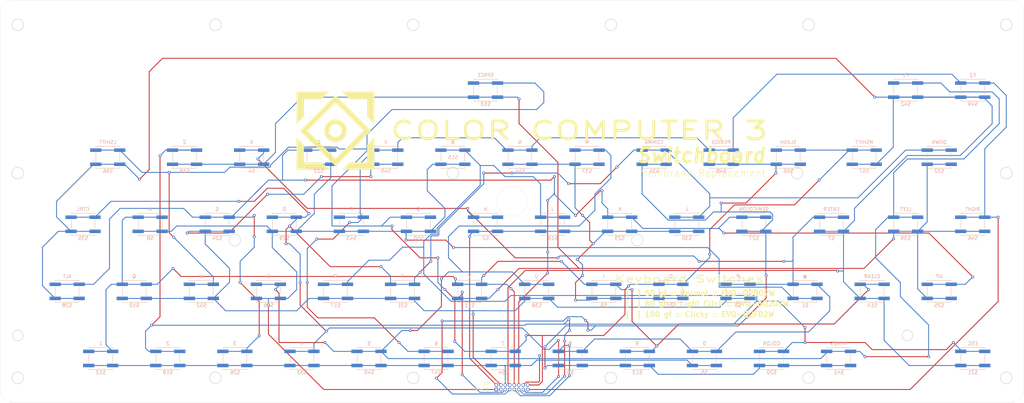
<source format=kicad_pcb>
(kicad_pcb (version 20171130) (host pcbnew "(5.1.10)-1")
  (title_block (title "CoCo3 Switchboard") (date 2021-10-07) (rev 1.0) (comment 4 "Author: Mike Rojas"))
  (layers (0 F.Cu signal) (31 B.Cu signal) (34 B.Paste user) (35 F.Paste user) (36 B.SilkS user) (37 F.SilkS user) (38 B.Mask user) (39 F.Mask user) (44 Edge.Cuts user))
  (net 0 "")
  (net 1 PB7)
  (net 2 PB6)
  (net 3 PB5)
  (net 4 PB4)
  (net 5 PB3)
  (net 6 PB2)
  (net 7 PB1)
  (net 8 PB0)
  (net 9 PA6)
  (net 10 PA5)
  (net 11 PA4)
  (net 12 PA3)
  (net 13 PA2)
  (net 14 "Net-(J1-Pad3)")
  (net 15 PA1)
  (net 16 PA0)
  (module Connector_PinHeader_1.27mm:PinHeader_2x08_P1.27mm_Vertical (layer F.Cu) (at 135.5598 3.3 90)
    (fp_text reference J1 (at 1.9 -2.8598 180) (layer F.SilkS))
    (fp_text value Conn_01x16)
    (pad 16 thru_hole oval (at 1.27 8.89 90) (size 1 1) (drill 0.65) (layers *.Cu *.Mask) (net 1 PB7))
    (pad 15 thru_hole oval (at 0 8.89 90) (size 1 1) (drill 0.65) (layers *.Cu *.Mask) (net 2 PB6))
    (pad 14 thru_hole oval (at 1.27 7.62 90) (size 1 1) (drill 0.65) (layers *.Cu *.Mask) (net 3 PB5))
    (pad 13 thru_hole oval (at 0 7.62 90) (size 1 1) (drill 0.65) (layers *.Cu *.Mask) (net 4 PB4))
    (pad 12 thru_hole oval (at 1.27 6.35 90) (size 1 1) (drill 0.65) (layers *.Cu *.Mask) (net 5 PB3))
    (pad 11 thru_hole oval (at 0 6.35 90) (size 1 1) (drill 0.65) (layers *.Cu *.Mask) (net 6 PB2))
    (pad 10 thru_hole oval (at 1.27 5.08 90) (size 1 1) (drill 0.65) (layers *.Cu *.Mask) (net 7 PB1))
    (pad 9 thru_hole oval (at 0 5.08 90) (size 1 1) (drill 0.65) (layers *.Cu *.Mask) (net 8 PB0))
    (pad 8 thru_hole oval (at 1.27 3.81 90) (size 1 1) (drill 0.65) (layers *.Cu *.Mask) (net 9 PA6))
    (pad 7 thru_hole oval (at 0 3.81 90) (size 1 1) (drill 0.65) (layers *.Cu *.Mask) (net 10 PA5))
    (pad 6 thru_hole oval (at 1.27 2.54 90) (size 1 1) (drill 0.65) (layers *.Cu *.Mask) (net 11 PA4))
    (pad 5 thru_hole oval (at 0 2.54 90) (size 1 1) (drill 0.65) (layers *.Cu *.Mask) (net 12 PA3))
    (pad 4 thru_hole oval (at 1.27 1.27 90) (size 1 1) (drill 0.65) (layers *.Cu *.Mask) (net 13 PA2))
    (pad 3 thru_hole oval (at 0 1.27 90) (size 1 1) (drill 0.65) (layers *.Cu *.Mask) (net 14 "Net-(J1-Pad3)"))
    (pad 2 thru_hole oval (at 1.27 0 90) (size 1 1) (drill 0.65) (layers *.Cu *.Mask) (net 15 PA1))
    (pad 1 thru_hole rect (at 0 0 90) (size 1 1) (drill 0.65) (layers *.Cu *.Mask) (net 16 PA0))
  )
  (module Button_Switch_SMD:SW_SPST_EVQQ2 (layer B.Cu) (at 239.75 -62.5)
    (fp_text reference S57 (at 0.05 3.95) (layer B.SilkS) (effects (justify mirror)))
    (fp_text value RSHIFT (at 0 -4.25) (layer B.SilkS) (effects (justify mirror)))
    (pad 2 smd rect (at 3.4 -2) (size 3.2 1) (layers B.Cu B.Paste B.Mask) (net 1 PB7))
    (pad 2 smd rect (at -3.4 -2) (size 3.2 1) (layers B.Cu B.Paste B.Mask) (net 1 PB7))
    (pad 1 smd rect (at -3.4 2) (size 3.2 1) (layers B.Cu B.Paste B.Mask) (net 9 PA6))
    (pad 1 smd rect (at 3.4 2) (size 3.2 1) (layers B.Cu B.Paste B.Mask) (net 9 PA6))
  )
  (module Button_Switch_SMD:SW_SPST_EVQQ2 (layer B.Cu) (at 25.5 -62.5)
    (fp_text reference S56 (at 0.05 3.95) (layer B.SilkS) (effects (justify mirror)))
    (fp_text value LSHIFT (at 0 -4.25) (layer B.SilkS) (effects (justify mirror)))
    (pad 2 smd rect (at 3.4 -2) (size 3.2 1) (layers B.Cu B.Paste B.Mask) (net 1 PB7))
    (pad 2 smd rect (at -3.4 -2) (size 3.2 1) (layers B.Cu B.Paste B.Mask) (net 1 PB7))
    (pad 1 smd rect (at -3.4 2) (size 3.2 1) (layers B.Cu B.Paste B.Mask) (net 9 PA6))
    (pad 1 smd rect (at 3.4 2) (size 3.2 1) (layers B.Cu B.Paste B.Mask) (net 9 PA6))
  )
  (module Button_Switch_SMD:SW_SPST_EVQQ2 (layer B.Cu) (at 218.25 -62.5)
    (fp_text reference S55 (at 0.05 3.95) (layer B.SilkS) (effects (justify mirror)))
    (fp_text value SLASH (at 0 -4.25) (layer B.SilkS) (effects (justify mirror)))
    (pad 2 smd rect (at 3.4 -2) (size 3.2 1) (layers B.Cu B.Paste B.Mask) (net 1 PB7))
    (pad 2 smd rect (at -3.4 -2) (size 3.2 1) (layers B.Cu B.Paste B.Mask) (net 1 PB7))
    (pad 1 smd rect (at -3.4 2) (size 3.2 1) (layers B.Cu B.Paste B.Mask) (net 10 PA5))
    (pad 1 smd rect (at 3.4 2) (size 3.2 1) (layers B.Cu B.Paste B.Mask) (net 10 PA5))
  )
  (module Button_Switch_SMD:SW_SPST_EVQQ2 (layer B.Cu) (at 137.5 -5.5)
    (fp_text reference S54 (at 0.05 3.95) (layer B.SilkS) (effects (justify mirror)))
    (fp_text value 7 (at 0 -4.25) (layer B.SilkS) (effects (justify mirror)))
    (pad 2 smd rect (at 3.4 -2) (size 3.2 1) (layers B.Cu B.Paste B.Mask) (net 1 PB7))
    (pad 2 smd rect (at -3.4 -2) (size 3.2 1) (layers B.Cu B.Paste B.Mask) (net 1 PB7))
    (pad 1 smd rect (at -3.4 2) (size 3.2 1) (layers B.Cu B.Paste B.Mask) (net 11 PA4))
    (pad 1 smd rect (at 3.4 2) (size 3.2 1) (layers B.Cu B.Paste B.Mask) (net 11 PA4))
  )
  (module Button_Switch_SMD:SW_SPST_EVQQ2 (layer B.Cu) (at 132.5 -81.5)
    (fp_text reference S53 (at 0.05 3.95) (layer B.SilkS) (effects (justify mirror)))
    (fp_text value SPACE (at 0 -4.25) (layer B.SilkS) (effects (justify mirror)))
    (pad 2 smd rect (at 3.4 -2) (size 3.2 1) (layers B.Cu B.Paste B.Mask) (net 1 PB7))
    (pad 2 smd rect (at -3.4 -2) (size 3.2 1) (layers B.Cu B.Paste B.Mask) (net 1 PB7))
    (pad 1 smd rect (at -3.4 2) (size 3.2 1) (layers B.Cu B.Paste B.Mask) (net 12 PA3))
    (pad 1 smd rect (at 3.4 2) (size 3.2 1) (layers B.Cu B.Paste B.Mask) (net 12 PA3))
  )
  (module Button_Switch_SMD:SW_SPST_EVQQ2 (layer B.Cu) (at 52 -24.5)
    (fp_text reference S52 (at 0.05 3.95) (layer B.SilkS) (effects (justify mirror)))
    (fp_text value W (at 0 -4.25) (layer B.SilkS) (effects (justify mirror)))
    (pad 2 smd rect (at 3.4 -2) (size 3.2 1) (layers B.Cu B.Paste B.Mask) (net 1 PB7))
    (pad 2 smd rect (at -3.4 -2) (size 3.2 1) (layers B.Cu B.Paste B.Mask) (net 1 PB7))
    (pad 1 smd rect (at -3.4 2) (size 3.2 1) (layers B.Cu B.Paste B.Mask) (net 13 PA2))
    (pad 1 smd rect (at 3.4 2) (size 3.2 1) (layers B.Cu B.Paste B.Mask) (net 13 PA2))
  )
  (module Button_Switch_SMD:SW_SPST_EVQQ2 (layer B.Cu) (at 185 -24.5)
    (fp_text reference S51 (at 0.05 3.95) (layer B.SilkS) (effects (justify mirror)))
    (fp_text value O (at 0 -4.25) (layer B.SilkS) (effects (justify mirror)))
    (pad 2 smd rect (at 3.4 -2) (size 3.2 1) (layers B.Cu B.Paste B.Mask) (net 1 PB7))
    (pad 2 smd rect (at -3.4 -2) (size 3.2 1) (layers B.Cu B.Paste B.Mask) (net 1 PB7))
    (pad 1 smd rect (at -3.4 2) (size 3.2 1) (layers B.Cu B.Paste B.Mask) (net 15 PA1))
    (pad 1 smd rect (at 3.4 2) (size 3.2 1) (layers B.Cu B.Paste B.Mask) (net 15 PA1))
  )
  (module Button_Switch_SMD:SW_SPST_EVQQ2 (layer B.Cu) (at 113.5 -43.5)
    (fp_text reference S50 (at 0.05 3.95) (layer B.SilkS) (effects (justify mirror)))
    (fp_text value G (at 0 -4.25) (layer B.SilkS) (effects (justify mirror)))
    (pad 2 smd rect (at 3.4 -2) (size 3.2 1) (layers B.Cu B.Paste B.Mask) (net 1 PB7))
    (pad 2 smd rect (at -3.4 -2) (size 3.2 1) (layers B.Cu B.Paste B.Mask) (net 1 PB7))
    (pad 1 smd rect (at -3.4 2) (size 3.2 1) (layers B.Cu B.Paste B.Mask) (net 16 PA0))
    (pad 1 smd rect (at 3.4 2) (size 3.2 1) (layers B.Cu B.Paste B.Mask) (net 16 PA0))
  )
  (module Button_Switch_SMD:SW_SPST_EVQQ2 (layer B.Cu) (at 270.5 -81.5)
    (fp_text reference S49 (at 0.05 3.95) (layer B.SilkS) (effects (justify mirror)))
    (fp_text value F2 (at 0 -4.25) (layer B.SilkS) (effects (justify mirror)))
    (pad 2 smd rect (at 3.4 -2) (size 3.2 1) (layers B.Cu B.Paste B.Mask) (net 2 PB6))
    (pad 2 smd rect (at -3.4 -2) (size 3.2 1) (layers B.Cu B.Paste B.Mask) (net 2 PB6))
    (pad 1 smd rect (at -3.4 2) (size 3.2 1) (layers B.Cu B.Paste B.Mask) (net 9 PA6))
    (pad 1 smd rect (at 3.4 2) (size 3.2 1) (layers B.Cu B.Paste B.Mask) (net 9 PA6))
  )
  (module Button_Switch_SMD:SW_SPST_EVQQ2 (layer B.Cu) (at 199.25 -62.5)
    (fp_text reference S48 (at 0.05 3.95) (layer B.SilkS) (effects (justify mirror)))
    (fp_text value PERIOD (at 0 -4.25) (layer B.SilkS) (effects (justify mirror)))
    (pad 2 smd rect (at 3.4 -2) (size 3.2 1) (layers B.Cu B.Paste B.Mask) (net 2 PB6))
    (pad 2 smd rect (at -3.4 -2) (size 3.2 1) (layers B.Cu B.Paste B.Mask) (net 2 PB6))
    (pad 1 smd rect (at -3.4 2) (size 3.2 1) (layers B.Cu B.Paste B.Mask) (net 10 PA5))
    (pad 1 smd rect (at 3.4 2) (size 3.2 1) (layers B.Cu B.Paste B.Mask) (net 10 PA5))
  )
  (module Button_Switch_SMD:SW_SPST_EVQQ2 (layer B.Cu) (at 118.5 -5.5)
    (fp_text reference S47 (at 0.05 3.95) (layer B.SilkS) (effects (justify mirror)))
    (fp_text value 6 (at 0 -4.25) (layer B.SilkS) (effects (justify mirror)))
    (pad 2 smd rect (at 3.4 -2) (size 3.2 1) (layers B.Cu B.Paste B.Mask) (net 2 PB6))
    (pad 2 smd rect (at -3.4 -2) (size 3.2 1) (layers B.Cu B.Paste B.Mask) (net 2 PB6))
    (pad 1 smd rect (at -3.4 2) (size 3.2 1) (layers B.Cu B.Paste B.Mask) (net 11 PA4))
    (pad 1 smd rect (at 3.4 2) (size 3.2 1) (layers B.Cu B.Paste B.Mask) (net 11 PA4))
  )
  (module Button_Switch_SMD:SW_SPST_EVQQ2 (layer B.Cu) (at 270.5 -43.5)
    (fp_text reference S46 (at 0.05 3.95) (layer B.SilkS) (effects (justify mirror)))
    (fp_text value RIGHT (at 0 -4.25) (layer B.SilkS) (effects (justify mirror)))
    (pad 2 smd rect (at 3.4 -2) (size 3.2 1) (layers B.Cu B.Paste B.Mask) (net 2 PB6))
    (pad 2 smd rect (at -3.4 -2) (size 3.2 1) (layers B.Cu B.Paste B.Mask) (net 2 PB6))
    (pad 1 smd rect (at -3.4 2) (size 3.2 1) (layers B.Cu B.Paste B.Mask) (net 12 PA3))
    (pad 1 smd rect (at 3.4 2) (size 3.2 1) (layers B.Cu B.Paste B.Mask) (net 12 PA3))
  )
  (module Button_Switch_SMD:SW_SPST_EVQQ2 (layer B.Cu) (at 104.25 -62.5)
    (fp_text reference S45 (at 0.05 3.95) (layer B.SilkS) (effects (justify mirror)))
    (fp_text value V (at 0 -4.25) (layer B.SilkS) (effects (justify mirror)))
    (pad 2 smd rect (at 3.4 -2) (size 3.2 1) (layers B.Cu B.Paste B.Mask) (net 2 PB6))
    (pad 2 smd rect (at -3.4 -2) (size 3.2 1) (layers B.Cu B.Paste B.Mask) (net 2 PB6))
    (pad 1 smd rect (at -3.4 2) (size 3.2 1) (layers B.Cu B.Paste B.Mask) (net 13 PA2))
    (pad 1 smd rect (at 3.4 2) (size 3.2 1) (layers B.Cu B.Paste B.Mask) (net 13 PA2))
  )
  (module Button_Switch_SMD:SW_SPST_EVQQ2 (layer B.Cu) (at 142.25 -62.5)
    (fp_text reference S44 (at 0.05 3.95) (layer B.SilkS) (effects (justify mirror)))
    (fp_text value N (at 0 -4.25) (layer B.SilkS) (effects (justify mirror)))
    (pad 2 smd rect (at 3.4 -2) (size 3.2 1) (layers B.Cu B.Paste B.Mask) (net 2 PB6))
    (pad 2 smd rect (at -3.4 -2) (size 3.2 1) (layers B.Cu B.Paste B.Mask) (net 2 PB6))
    (pad 1 smd rect (at -3.4 2) (size 3.2 1) (layers B.Cu B.Paste B.Mask) (net 15 PA1))
    (pad 1 smd rect (at 3.4 2) (size 3.2 1) (layers B.Cu B.Paste B.Mask) (net 15 PA1))
  )
  (module Button_Switch_SMD:SW_SPST_EVQQ2 (layer B.Cu) (at 94.5 -43.5)
    (fp_text reference S43 (at 0.05 3.95) (layer B.SilkS) (effects (justify mirror)))
    (fp_text value F (at 0 -4.25) (layer B.SilkS) (effects (justify mirror)))
    (pad 2 smd rect (at 3.4 -2) (size 3.2 1) (layers B.Cu B.Paste B.Mask) (net 2 PB6))
    (pad 2 smd rect (at -3.4 -2) (size 3.2 1) (layers B.Cu B.Paste B.Mask) (net 2 PB6))
    (pad 1 smd rect (at -3.4 2) (size 3.2 1) (layers B.Cu B.Paste B.Mask) (net 16 PA0))
    (pad 1 smd rect (at 3.4 2) (size 3.2 1) (layers B.Cu B.Paste B.Mask) (net 16 PA0))
  )
  (module Button_Switch_SMD:SW_SPST_EVQQ2 (layer B.Cu) (at 251.5 -81.5)
    (fp_text reference S42 (at 0.05 3.95) (layer B.SilkS) (effects (justify mirror)))
    (fp_text value F1 (at 0 -4.25) (layer B.SilkS) (effects (justify mirror)))
    (pad 2 smd rect (at 3.4 -2) (size 3.2 1) (layers B.Cu B.Paste B.Mask) (net 3 PB5))
    (pad 2 smd rect (at -3.4 -2) (size 3.2 1) (layers B.Cu B.Paste B.Mask) (net 3 PB5))
    (pad 1 smd rect (at -3.4 2) (size 3.2 1) (layers B.Cu B.Paste B.Mask) (net 9 PA6))
    (pad 1 smd rect (at 3.4 2) (size 3.2 1) (layers B.Cu B.Paste B.Mask) (net 9 PA6))
  )
  (module Button_Switch_SMD:SW_SPST_EVQQ2 (layer B.Cu) (at 232.5 -5.5)
    (fp_text reference S41 (at 0.05 3.95) (layer B.SilkS) (effects (justify mirror)))
    (fp_text value MINUS (at 0 -4.25) (layer B.SilkS) (effects (justify mirror)))
    (pad 2 smd rect (at 3.4 -2) (size 3.2 1) (layers B.Cu B.Paste B.Mask) (net 3 PB5))
    (pad 2 smd rect (at -3.4 -2) (size 3.2 1) (layers B.Cu B.Paste B.Mask) (net 3 PB5))
    (pad 1 smd rect (at -3.4 2) (size 3.2 1) (layers B.Cu B.Paste B.Mask) (net 10 PA5))
    (pad 1 smd rect (at 3.4 2) (size 3.2 1) (layers B.Cu B.Paste B.Mask) (net 10 PA5))
  )
  (module Button_Switch_SMD:SW_SPST_EVQQ2 (layer B.Cu) (at 99.5 -5.5)
    (fp_text reference S40 (at 0.05 3.95) (layer B.SilkS) (effects (justify mirror)))
    (fp_text value 5 (at 0 -4.25) (layer B.SilkS) (effects (justify mirror)))
    (pad 2 smd rect (at 3.4 -2) (size 3.2 1) (layers B.Cu B.Paste B.Mask) (net 3 PB5))
    (pad 2 smd rect (at -3.4 -2) (size 3.2 1) (layers B.Cu B.Paste B.Mask) (net 3 PB5))
    (pad 1 smd rect (at -3.4 2) (size 3.2 1) (layers B.Cu B.Paste B.Mask) (net 11 PA4))
    (pad 1 smd rect (at 3.4 2) (size 3.2 1) (layers B.Cu B.Paste B.Mask) (net 11 PA4))
  )
  (module Button_Switch_SMD:SW_SPST_EVQQ2 (layer B.Cu) (at 251.5 -43.5)
    (fp_text reference S39 (at 0.05 3.95) (layer B.SilkS) (effects (justify mirror)))
    (fp_text value LEFT (at 0 -4.25) (layer B.SilkS) (effects (justify mirror)))
    (pad 2 smd rect (at 3.4 -2) (size 3.2 1) (layers B.Cu B.Paste B.Mask) (net 3 PB5))
    (pad 2 smd rect (at -3.4 -2) (size 3.2 1) (layers B.Cu B.Paste B.Mask) (net 3 PB5))
    (pad 1 smd rect (at -3.4 2) (size 3.2 1) (layers B.Cu B.Paste B.Mask) (net 12 PA3))
    (pad 1 smd rect (at 3.4 2) (size 3.2 1) (layers B.Cu B.Paste B.Mask) (net 12 PA3))
  )
  (module Button_Switch_SMD:SW_SPST_EVQQ2 (layer B.Cu) (at 147 -24.5)
    (fp_text reference S38 (at 0.05 3.95) (layer B.SilkS) (effects (justify mirror)))
    (fp_text value U (at 0 -4.25) (layer B.SilkS) (effects (justify mirror)))
    (pad 2 smd rect (at 3.4 -2) (size 3.2 1) (layers B.Cu B.Paste B.Mask) (net 3 PB5))
    (pad 2 smd rect (at -3.4 -2) (size 3.2 1) (layers B.Cu B.Paste B.Mask) (net 3 PB5))
    (pad 1 smd rect (at -3.4 2) (size 3.2 1) (layers B.Cu B.Paste B.Mask) (net 13 PA2))
    (pad 1 smd rect (at 3.4 2) (size 3.2 1) (layers B.Cu B.Paste B.Mask) (net 13 PA2))
  )
  (module Button_Switch_SMD:SW_SPST_EVQQ2 (layer B.Cu) (at 161.25 -62.5)
    (fp_text reference S37 (at 0.05 3.95) (layer B.SilkS) (effects (justify mirror)))
    (fp_text value M (at 0 -4.25) (layer B.SilkS) (effects (justify mirror)))
    (pad 2 smd rect (at 3.4 -2) (size 3.2 1) (layers B.Cu B.Paste B.Mask) (net 3 PB5))
    (pad 2 smd rect (at -3.4 -2) (size 3.2 1) (layers B.Cu B.Paste B.Mask) (net 3 PB5))
    (pad 1 smd rect (at -3.4 2) (size 3.2 1) (layers B.Cu B.Paste B.Mask) (net 15 PA1))
    (pad 1 smd rect (at 3.4 2) (size 3.2 1) (layers B.Cu B.Paste B.Mask) (net 15 PA1))
  )
  (module Button_Switch_SMD:SW_SPST_EVQQ2 (layer B.Cu) (at 71 -24.5)
    (fp_text reference S36 (at 0.05 3.95) (layer B.SilkS) (effects (justify mirror)))
    (fp_text value E (at 0 -4.25) (layer B.SilkS) (effects (justify mirror)))
    (pad 2 smd rect (at 3.4 -2) (size 3.2 1) (layers B.Cu B.Paste B.Mask) (net 3 PB5))
    (pad 2 smd rect (at -3.4 -2) (size 3.2 1) (layers B.Cu B.Paste B.Mask) (net 3 PB5))
    (pad 1 smd rect (at -3.4 2) (size 3.2 1) (layers B.Cu B.Paste B.Mask) (net 16 PA0))
    (pad 1 smd rect (at 3.4 2) (size 3.2 1) (layers B.Cu B.Paste B.Mask) (net 16 PA0))
  )
  (module Button_Switch_SMD:SW_SPST_EVQQ2 (layer B.Cu) (at 18.5 -43.5)
    (fp_text reference S35 (at 0.05 3.95) (layer B.SilkS) (effects (justify mirror)))
    (fp_text value CTRL (at 0 -4.25) (layer B.SilkS) (effects (justify mirror)))
    (pad 2 smd rect (at 3.4 -2) (size 3.2 1) (layers B.Cu B.Paste B.Mask) (net 4 PB4))
    (pad 2 smd rect (at -3.4 -2) (size 3.2 1) (layers B.Cu B.Paste B.Mask) (net 4 PB4))
    (pad 1 smd rect (at -3.4 2) (size 3.2 1) (layers B.Cu B.Paste B.Mask) (net 9 PA6))
    (pad 1 smd rect (at 3.4 2) (size 3.2 1) (layers B.Cu B.Paste B.Mask) (net 9 PA6))
  )
  (module Button_Switch_SMD:SW_SPST_EVQQ2 (layer B.Cu) (at 180.25 -62.5)
    (fp_text reference S34 (at 0.05 3.95) (layer B.SilkS) (effects (justify mirror)))
    (fp_text value COMMA (at 0 -4.25) (layer B.SilkS) (effects (justify mirror)))
    (pad 2 smd rect (at 3.4 -2) (size 3.2 1) (layers B.Cu B.Paste B.Mask) (net 4 PB4))
    (pad 2 smd rect (at -3.4 -2) (size 3.2 1) (layers B.Cu B.Paste B.Mask) (net 4 PB4))
    (pad 1 smd rect (at -3.4 2) (size 3.2 1) (layers B.Cu B.Paste B.Mask) (net 10 PA5))
    (pad 1 smd rect (at 3.4 2) (size 3.2 1) (layers B.Cu B.Paste B.Mask) (net 10 PA5))
  )
  (module Button_Switch_SMD:SW_SPST_EVQQ2 (layer B.Cu) (at 80.5 -5.5)
    (fp_text reference S33 (at 0.05 3.95) (layer B.SilkS) (effects (justify mirror)))
    (fp_text value 4 (at 0 -4.25) (layer B.SilkS) (effects (justify mirror)))
    (pad 2 smd rect (at 3.4 -2) (size 3.2 1) (layers B.Cu B.Paste B.Mask) (net 4 PB4))
    (pad 2 smd rect (at -3.4 -2) (size 3.2 1) (layers B.Cu B.Paste B.Mask) (net 4 PB4))
    (pad 1 smd rect (at -3.4 2) (size 3.2 1) (layers B.Cu B.Paste B.Mask) (net 11 PA4))
    (pad 1 smd rect (at 3.4 2) (size 3.2 1) (layers B.Cu B.Paste B.Mask) (net 11 PA4))
  )
  (module Button_Switch_SMD:SW_SPST_EVQQ2 (layer B.Cu) (at 261 -62.5)
    (fp_text reference S32 (at 0.05 3.95) (layer B.SilkS) (effects (justify mirror)))
    (fp_text value DOWN (at 0 -4.25) (layer B.SilkS) (effects (justify mirror)))
    (pad 2 smd rect (at 3.4 -2) (size 3.2 1) (layers B.Cu B.Paste B.Mask) (net 4 PB4))
    (pad 2 smd rect (at -3.4 -2) (size 3.2 1) (layers B.Cu B.Paste B.Mask) (net 4 PB4))
    (pad 1 smd rect (at -3.4 2) (size 3.2 1) (layers B.Cu B.Paste B.Mask) (net 12 PA3))
    (pad 1 smd rect (at 3.4 2) (size 3.2 1) (layers B.Cu B.Paste B.Mask) (net 12 PA3))
  )
  (module Button_Switch_SMD:SW_SPST_EVQQ2 (layer B.Cu) (at 109 -24.5)
    (fp_text reference S31 (at 0.05 3.95) (layer B.SilkS) (effects (justify mirror)))
    (fp_text value T (at 0 -4.25) (layer B.SilkS) (effects (justify mirror)))
    (pad 2 smd rect (at 3.4 -2) (size 3.2 1) (layers B.Cu B.Paste B.Mask) (net 4 PB4))
    (pad 2 smd rect (at -3.4 -2) (size 3.2 1) (layers B.Cu B.Paste B.Mask) (net 4 PB4))
    (pad 1 smd rect (at -3.4 2) (size 3.2 1) (layers B.Cu B.Paste B.Mask) (net 13 PA2))
    (pad 1 smd rect (at 3.4 2) (size 3.2 1) (layers B.Cu B.Paste B.Mask) (net 13 PA2))
  )
  (module Button_Switch_SMD:SW_SPST_EVQQ2 (layer B.Cu) (at 189.5 -43.5)
    (fp_text reference S30 (at 0.05 3.95) (layer B.SilkS) (effects (justify mirror)))
    (fp_text value L (at 0 -4.25) (layer B.SilkS) (effects (justify mirror)))
    (pad 2 smd rect (at 3.4 -2) (size 3.2 1) (layers B.Cu B.Paste B.Mask) (net 4 PB4))
    (pad 2 smd rect (at -3.4 -2) (size 3.2 1) (layers B.Cu B.Paste B.Mask) (net 4 PB4))
    (pad 1 smd rect (at -3.4 2) (size 3.2 1) (layers B.Cu B.Paste B.Mask) (net 15 PA1))
    (pad 1 smd rect (at 3.4 2) (size 3.2 1) (layers B.Cu B.Paste B.Mask) (net 15 PA1))
  )
  (module Button_Switch_SMD:SW_SPST_EVQQ2 (layer B.Cu) (at 75.5 -43.5)
    (fp_text reference S29 (at 0.05 3.95) (layer B.SilkS) (effects (justify mirror)))
    (fp_text value D (at 0 -4.25) (layer B.SilkS) (effects (justify mirror)))
    (pad 2 smd rect (at 3.4 -2) (size 3.2 1) (layers B.Cu B.Paste B.Mask) (net 4 PB4))
    (pad 2 smd rect (at -3.4 -2) (size 3.2 1) (layers B.Cu B.Paste B.Mask) (net 4 PB4))
    (pad 1 smd rect (at -3.4 2) (size 3.2 1) (layers B.Cu B.Paste B.Mask) (net 16 PA0))
    (pad 1 smd rect (at 3.4 2) (size 3.2 1) (layers B.Cu B.Paste B.Mask) (net 16 PA0))
  )
  (module Button_Switch_SMD:SW_SPST_EVQQ2 (layer B.Cu) (at 14 -24.5)
    (fp_text reference S28 (at 0.05 3.95) (layer B.SilkS) (effects (justify mirror)))
    (fp_text value ALT (at 0 -4.25) (layer B.SilkS) (effects (justify mirror)))
    (pad 2 smd rect (at 3.4 -2) (size 3.2 1) (layers B.Cu B.Paste B.Mask) (net 5 PB3))
    (pad 2 smd rect (at -3.4 -2) (size 3.2 1) (layers B.Cu B.Paste B.Mask) (net 5 PB3))
    (pad 1 smd rect (at -3.4 2) (size 3.2 1) (layers B.Cu B.Paste B.Mask) (net 9 PA6))
    (pad 1 smd rect (at 3.4 2) (size 3.2 1) (layers B.Cu B.Paste B.Mask) (net 9 PA6))
  )
  (module Button_Switch_SMD:SW_SPST_EVQQ2 (layer B.Cu) (at 208.5 -43.5)
    (fp_text reference S27 (at 0.05 3.95) (layer B.SilkS) (effects (justify mirror)))
    (fp_text value SEMICOLON (at 0 -4.25) (layer B.SilkS) (effects (justify mirror)))
    (pad 2 smd rect (at 3.4 -2) (size 3.2 1) (layers B.Cu B.Paste B.Mask) (net 5 PB3))
    (pad 2 smd rect (at -3.4 -2) (size 3.2 1) (layers B.Cu B.Paste B.Mask) (net 5 PB3))
    (pad 1 smd rect (at -3.4 2) (size 3.2 1) (layers B.Cu B.Paste B.Mask) (net 10 PA5))
    (pad 1 smd rect (at 3.4 2) (size 3.2 1) (layers B.Cu B.Paste B.Mask) (net 10 PA5))
  )
  (module Button_Switch_SMD:SW_SPST_EVQQ2 (layer B.Cu) (at 61.5 -5.5)
    (fp_text reference S26 (at 0.05 3.95) (layer B.SilkS) (effects (justify mirror)))
    (fp_text value 3 (at 0 -4.25) (layer B.SilkS) (effects (justify mirror)))
    (pad 2 smd rect (at 3.4 -2) (size 3.2 1) (layers B.Cu B.Paste B.Mask) (net 5 PB3))
    (pad 2 smd rect (at -3.4 -2) (size 3.2 1) (layers B.Cu B.Paste B.Mask) (net 5 PB3))
    (pad 1 smd rect (at -3.4 2) (size 3.2 1) (layers B.Cu B.Paste B.Mask) (net 11 PA4))
    (pad 1 smd rect (at 3.4 2) (size 3.2 1) (layers B.Cu B.Paste B.Mask) (net 11 PA4))
  )
  (module Button_Switch_SMD:SW_SPST_EVQQ2 (layer B.Cu) (at 261 -24.5)
    (fp_text reference S25 (at 0.05 3.95) (layer B.SilkS) (effects (justify mirror)))
    (fp_text value UP (at 0 -4.25) (layer B.SilkS) (effects (justify mirror)))
    (pad 2 smd rect (at 3.4 -2) (size 3.2 1) (layers B.Cu B.Paste B.Mask) (net 5 PB3))
    (pad 2 smd rect (at -3.4 -2) (size 3.2 1) (layers B.Cu B.Paste B.Mask) (net 5 PB3))
    (pad 1 smd rect (at -3.4 2) (size 3.2 1) (layers B.Cu B.Paste B.Mask) (net 12 PA3))
    (pad 1 smd rect (at 3.4 2) (size 3.2 1) (layers B.Cu B.Paste B.Mask) (net 12 PA3))
  )
  (module Button_Switch_SMD:SW_SPST_EVQQ2 (layer B.Cu) (at 56.5 -43.5)
    (fp_text reference S24 (at 0.05 3.95) (layer B.SilkS) (effects (justify mirror)))
    (fp_text value S (at 0 -4.25) (layer B.SilkS) (effects (justify mirror)))
    (pad 2 smd rect (at 3.4 -2) (size 3.2 1) (layers B.Cu B.Paste B.Mask) (net 5 PB3))
    (pad 2 smd rect (at -3.4 -2) (size 3.2 1) (layers B.Cu B.Paste B.Mask) (net 5 PB3))
    (pad 1 smd rect (at -3.4 2) (size 3.2 1) (layers B.Cu B.Paste B.Mask) (net 13 PA2))
    (pad 1 smd rect (at 3.4 2) (size 3.2 1) (layers B.Cu B.Paste B.Mask) (net 13 PA2))
  )
  (module Button_Switch_SMD:SW_SPST_EVQQ2 (layer B.Cu) (at 170.5 -43.5)
    (fp_text reference S23 (at 0.05 3.95) (layer B.SilkS) (effects (justify mirror)))
    (fp_text value K (at 0 -4.25) (layer B.SilkS) (effects (justify mirror)))
    (pad 2 smd rect (at 3.4 -2) (size 3.2 1) (layers B.Cu B.Paste B.Mask) (net 5 PB3))
    (pad 2 smd rect (at -3.4 -2) (size 3.2 1) (layers B.Cu B.Paste B.Mask) (net 5 PB3))
    (pad 1 smd rect (at -3.4 2) (size 3.2 1) (layers B.Cu B.Paste B.Mask) (net 15 PA1))
    (pad 1 smd rect (at 3.4 2) (size 3.2 1) (layers B.Cu B.Paste B.Mask) (net 15 PA1))
  )
  (module Button_Switch_SMD:SW_SPST_EVQQ2 (layer B.Cu) (at 85.25 -62.5)
    (fp_text reference S22 (at 0.05 3.95) (layer B.SilkS) (effects (justify mirror)))
    (fp_text value C (at 0 -4.25) (layer B.SilkS) (effects (justify mirror)))
    (pad 2 smd rect (at 3.4 -2) (size 3.2 1) (layers B.Cu B.Paste B.Mask) (net 5 PB3))
    (pad 2 smd rect (at -3.4 -2) (size 3.2 1) (layers B.Cu B.Paste B.Mask) (net 5 PB3))
    (pad 1 smd rect (at -3.4 2) (size 3.2 1) (layers B.Cu B.Paste B.Mask) (net 16 PA0))
    (pad 1 smd rect (at 3.4 2) (size 3.2 1) (layers B.Cu B.Paste B.Mask) (net 16 PA0))
  )
  (module Button_Switch_SMD:SW_SPST_EVQQ2 (layer B.Cu) (at 270.5 -5.5)
    (fp_text reference S21 (at 0.05 3.95) (layer B.SilkS) (effects (justify mirror)))
    (fp_text value ESC (at 0 -4.25) (layer B.SilkS) (effects (justify mirror)))
    (pad 2 smd rect (at 3.4 -2) (size 3.2 1) (layers B.Cu B.Paste B.Mask) (net 6 PB2))
    (pad 2 smd rect (at -3.4 -2) (size 3.2 1) (layers B.Cu B.Paste B.Mask) (net 6 PB2))
    (pad 1 smd rect (at -3.4 2) (size 3.2 1) (layers B.Cu B.Paste B.Mask) (net 9 PA6))
    (pad 1 smd rect (at 3.4 2) (size 3.2 1) (layers B.Cu B.Paste B.Mask) (net 9 PA6))
  )
  (module Button_Switch_SMD:SW_SPST_EVQQ2 (layer B.Cu) (at 213.5 -5.5)
    (fp_text reference S20 (at 0.05 3.95) (layer B.SilkS) (effects (justify mirror)))
    (fp_text value COLON (at 0 -4.25) (layer B.SilkS) (effects (justify mirror)))
    (pad 2 smd rect (at 3.4 -2) (size 3.2 1) (layers B.Cu B.Paste B.Mask) (net 6 PB2))
    (pad 2 smd rect (at -3.4 -2) (size 3.2 1) (layers B.Cu B.Paste B.Mask) (net 6 PB2))
    (pad 1 smd rect (at -3.4 2) (size 3.2 1) (layers B.Cu B.Paste B.Mask) (net 10 PA5))
    (pad 1 smd rect (at 3.4 2) (size 3.2 1) (layers B.Cu B.Paste B.Mask) (net 10 PA5))
  )
  (module Button_Switch_SMD:SW_SPST_EVQQ2 (layer B.Cu) (at 42.5 -5.5)
    (fp_text reference S19 (at 0.05 3.95) (layer B.SilkS) (effects (justify mirror)))
    (fp_text value 2 (at 0 -4.25) (layer B.SilkS) (effects (justify mirror)))
    (pad 2 smd rect (at 3.4 -2) (size 3.2 1) (layers B.Cu B.Paste B.Mask) (net 6 PB2))
    (pad 2 smd rect (at -3.4 -2) (size 3.2 1) (layers B.Cu B.Paste B.Mask) (net 6 PB2))
    (pad 1 smd rect (at -3.4 2) (size 3.2 1) (layers B.Cu B.Paste B.Mask) (net 11 PA4))
    (pad 1 smd rect (at 3.4 2) (size 3.2 1) (layers B.Cu B.Paste B.Mask) (net 11 PA4))
  )
  (module Button_Switch_SMD:SW_SPST_EVQQ2 (layer B.Cu) (at 47.25 -62.5)
    (fp_text reference S18 (at 0.05 3.95) (layer B.SilkS) (effects (justify mirror)))
    (fp_text value Z (at 0 -4.25) (layer B.SilkS) (effects (justify mirror)))
    (pad 2 smd rect (at 3.4 -2) (size 3.2 1) (layers B.Cu B.Paste B.Mask) (net 6 PB2))
    (pad 2 smd rect (at -3.4 -2) (size 3.2 1) (layers B.Cu B.Paste B.Mask) (net 6 PB2))
    (pad 1 smd rect (at -3.4 2) (size 3.2 1) (layers B.Cu B.Paste B.Mask) (net 12 PA3))
    (pad 1 smd rect (at 3.4 2) (size 3.2 1) (layers B.Cu B.Paste B.Mask) (net 12 PA3))
  )
  (module Button_Switch_SMD:SW_SPST_EVQQ2 (layer B.Cu) (at 90 -24.5)
    (fp_text reference S17 (at 0.05 3.95) (layer B.SilkS) (effects (justify mirror)))
    (fp_text value R (at 0 -4.25) (layer B.SilkS) (effects (justify mirror)))
    (pad 2 smd rect (at 3.4 -2) (size 3.2 1) (layers B.Cu B.Paste B.Mask) (net 6 PB2))
    (pad 2 smd rect (at -3.4 -2) (size 3.2 1) (layers B.Cu B.Paste B.Mask) (net 6 PB2))
    (pad 1 smd rect (at -3.4 2) (size 3.2 1) (layers B.Cu B.Paste B.Mask) (net 13 PA2))
    (pad 1 smd rect (at 3.4 2) (size 3.2 1) (layers B.Cu B.Paste B.Mask) (net 13 PA2))
  )
  (module Button_Switch_SMD:SW_SPST_EVQQ2 (layer B.Cu) (at 151.5 -43.5)
    (fp_text reference S16 (at 0.05 3.95) (layer B.SilkS) (effects (justify mirror)))
    (fp_text value J (at 0 -4.25) (layer B.SilkS) (effects (justify mirror)))
    (pad 2 smd rect (at 3.4 -2) (size 3.2 1) (layers B.Cu B.Paste B.Mask) (net 6 PB2))
    (pad 2 smd rect (at -3.4 -2) (size 3.2 1) (layers B.Cu B.Paste B.Mask) (net 6 PB2))
    (pad 1 smd rect (at -3.4 2) (size 3.2 1) (layers B.Cu B.Paste B.Mask) (net 15 PA1))
    (pad 1 smd rect (at 3.4 2) (size 3.2 1) (layers B.Cu B.Paste B.Mask) (net 15 PA1))
  )
  (module Button_Switch_SMD:SW_SPST_EVQQ2 (layer B.Cu) (at 123.25 -62.5)
    (fp_text reference S15 (at 0.05 0) (layer B.SilkS) (effects (justify mirror)))
    (fp_text value B (at 0 -4.25) (layer B.SilkS) (effects (justify mirror)))
    (pad 2 smd rect (at 3.4 -2) (size 3.2 1) (layers B.Cu B.Paste B.Mask) (net 6 PB2))
    (pad 2 smd rect (at -3.4 -2) (size 3.2 1) (layers B.Cu B.Paste B.Mask) (net 6 PB2))
    (pad 1 smd rect (at -3.4 2) (size 3.2 1) (layers B.Cu B.Paste B.Mask) (net 16 PA0))
    (pad 1 smd rect (at 3.4 2) (size 3.2 1) (layers B.Cu B.Paste B.Mask) (net 16 PA0))
  )
  (module Button_Switch_SMD:SW_SPST_EVQQ2 (layer B.Cu) (at 242 -24.5)
    (fp_text reference S14 (at 0.05 3.95) (layer B.SilkS) (effects (justify mirror)))
    (fp_text value CLEAR (at 0 -4.25) (layer B.SilkS) (effects (justify mirror)))
    (pad 2 smd rect (at 3.4 -2) (size 3.2 1) (layers B.Cu B.Paste B.Mask) (net 7 PB1))
    (pad 2 smd rect (at -3.4 -2) (size 3.2 1) (layers B.Cu B.Paste B.Mask) (net 7 PB1))
    (pad 1 smd rect (at -3.4 2) (size 3.2 1) (layers B.Cu B.Paste B.Mask) (net 9 PA6))
    (pad 1 smd rect (at 3.4 2) (size 3.2 1) (layers B.Cu B.Paste B.Mask) (net 9 PA6))
  )
  (module Button_Switch_SMD:SW_SPST_EVQQ2 (layer B.Cu) (at 175.5 -5.5)
    (fp_text reference S13 (at 0.05 3.95) (layer B.SilkS) (effects (justify mirror)))
    (fp_text value 9 (at 0 -4.25) (layer B.SilkS) (effects (justify mirror)))
    (pad 2 smd rect (at 3.4 -2) (size 3.2 1) (layers B.Cu B.Paste B.Mask) (net 7 PB1))
    (pad 2 smd rect (at -3.4 -2) (size 3.2 1) (layers B.Cu B.Paste B.Mask) (net 7 PB1))
    (pad 1 smd rect (at -3.4 2) (size 3.2 1) (layers B.Cu B.Paste B.Mask) (net 10 PA5))
    (pad 1 smd rect (at 3.4 2) (size 3.2 1) (layers B.Cu B.Paste B.Mask) (net 10 PA5))
  )
  (module Button_Switch_SMD:SW_SPST_EVQQ2 (layer B.Cu) (at 23.5 -5.5)
    (fp_text reference S12 (at 0.05 3.95) (layer B.SilkS) (effects (justify mirror)))
    (fp_text value 1 (at 0 -4.25) (layer B.SilkS) (effects (justify mirror)))
    (pad 2 smd rect (at 3.4 -2) (size 3.2 1) (layers B.Cu B.Paste B.Mask) (net 7 PB1))
    (pad 2 smd rect (at -3.4 -2) (size 3.2 1) (layers B.Cu B.Paste B.Mask) (net 7 PB1))
    (pad 1 smd rect (at -3.4 2) (size 3.2 1) (layers B.Cu B.Paste B.Mask) (net 11 PA4))
    (pad 1 smd rect (at 3.4 2) (size 3.2 1) (layers B.Cu B.Paste B.Mask) (net 11 PA4))
  )
  (module Button_Switch_SMD:SW_SPST_EVQQ2 (layer B.Cu) (at 128 -24.5)
    (fp_text reference S11 (at 0.05 3.95) (layer B.SilkS) (effects (justify mirror)))
    (fp_text value Y (at 0 -4.25) (layer B.SilkS) (effects (justify mirror)))
    (pad 2 smd rect (at 3.4 -2) (size 3.2 1) (layers B.Cu B.Paste B.Mask) (net 7 PB1))
    (pad 2 smd rect (at -3.4 -2) (size 3.2 1) (layers B.Cu B.Paste B.Mask) (net 7 PB1))
    (pad 1 smd rect (at -3.4 2) (size 3.2 1) (layers B.Cu B.Paste B.Mask) (net 12 PA3))
    (pad 1 smd rect (at 3.4 2) (size 3.2 1) (layers B.Cu B.Paste B.Mask) (net 12 PA3))
  )
  (module Button_Switch_SMD:SW_SPST_EVQQ2 (layer B.Cu) (at 33 -24.5)
    (fp_text reference S10 (at 0.05 3.95) (layer B.SilkS) (effects (justify mirror)))
    (fp_text value Q (at 0 -4.25) (layer B.SilkS) (effects (justify mirror)))
    (pad 2 smd rect (at 3.4 -2) (size 3.2 1) (layers B.Cu B.Paste B.Mask) (net 7 PB1))
    (pad 2 smd rect (at -3.4 -2) (size 3.2 1) (layers B.Cu B.Paste B.Mask) (net 7 PB1))
    (pad 1 smd rect (at -3.4 2) (size 3.2 1) (layers B.Cu B.Paste B.Mask) (net 13 PA2))
    (pad 1 smd rect (at 3.4 2) (size 3.2 1) (layers B.Cu B.Paste B.Mask) (net 13 PA2))
  )
  (module Button_Switch_SMD:SW_SPST_EVQQ2 (layer B.Cu) (at 166 -24.5)
    (fp_text reference S9 (at 0.05 3.95) (layer B.SilkS) (effects (justify mirror)))
    (fp_text value I (at 0 -4.25) (layer B.SilkS) (effects (justify mirror)))
    (pad 2 smd rect (at 3.4 -2) (size 3.2 1) (layers B.Cu B.Paste B.Mask) (net 7 PB1))
    (pad 2 smd rect (at -3.4 -2) (size 3.2 1) (layers B.Cu B.Paste B.Mask) (net 7 PB1))
    (pad 1 smd rect (at -3.4 2) (size 3.2 1) (layers B.Cu B.Paste B.Mask) (net 15 PA1))
    (pad 1 smd rect (at 3.4 2) (size 3.2 1) (layers B.Cu B.Paste B.Mask) (net 15 PA1))
  )
  (module Button_Switch_SMD:SW_SPST_EVQQ2 (layer B.Cu) (at 37.5 -43.5)
    (fp_text reference S8 (at 0.05 3.95) (layer B.SilkS) (effects (justify mirror)))
    (fp_text value A (at 0 -4.25) (layer B.SilkS) (effects (justify mirror)))
    (pad 2 smd rect (at 3.4 -2) (size 3.2 1) (layers B.Cu B.Paste B.Mask) (net 7 PB1))
    (pad 2 smd rect (at -3.4 -2) (size 3.2 1) (layers B.Cu B.Paste B.Mask) (net 7 PB1))
    (pad 1 smd rect (at -3.4 2) (size 3.2 1) (layers B.Cu B.Paste B.Mask) (net 16 PA0))
    (pad 1 smd rect (at 3.4 2) (size 3.2 1) (layers B.Cu B.Paste B.Mask) (net 16 PA0))
  )
  (module Button_Switch_SMD:SW_SPST_EVQQ2 (layer B.Cu) (at 230.5 -43.5)
    (fp_text reference S7 (at 0.05 3.95) (layer B.SilkS) (effects (justify mirror)))
    (fp_text value ENTER (at 0 -4.25) (layer B.SilkS) (effects (justify mirror)))
    (pad 2 smd rect (at 3.4 -2) (size 3.2 1) (layers B.Cu B.Paste B.Mask) (net 8 PB0))
    (pad 2 smd rect (at -3.4 -2) (size 3.2 1) (layers B.Cu B.Paste B.Mask) (net 8 PB0))
    (pad 1 smd rect (at -3.4 2) (size 3.2 1) (layers B.Cu B.Paste B.Mask) (net 9 PA6))
    (pad 1 smd rect (at 3.4 2) (size 3.2 1) (layers B.Cu B.Paste B.Mask) (net 9 PA6))
  )
  (module Button_Switch_SMD:SW_SPST_EVQQ2 (layer B.Cu) (at 156.5 -5.5)
    (fp_text reference S6 (at 0.05 3.95) (layer B.SilkS) (effects (justify mirror)))
    (fp_text value 8 (at 0 -4.25) (layer B.SilkS) (effects (justify mirror)))
    (pad 2 smd rect (at 3.4 -2) (size 3.2 1) (layers B.Cu B.Paste B.Mask) (net 8 PB0))
    (pad 2 smd rect (at -3.4 -2) (size 3.2 1) (layers B.Cu B.Paste B.Mask) (net 8 PB0))
    (pad 1 smd rect (at -3.4 2) (size 3.2 1) (layers B.Cu B.Paste B.Mask) (net 10 PA5))
    (pad 1 smd rect (at 3.4 2) (size 3.2 1) (layers B.Cu B.Paste B.Mask) (net 10 PA5))
  )
  (module Button_Switch_SMD:SW_SPST_EVQQ2 (layer B.Cu) (at 194.5 -5.5)
    (fp_text reference S5 (at 0.05 3.95) (layer B.SilkS) (effects (justify mirror)))
    (fp_text value 0 (at 0 -4.25) (layer B.SilkS) (effects (justify mirror)))
    (pad 2 smd rect (at 3.4 -2) (size 3.2 1) (layers B.Cu B.Paste B.Mask) (net 8 PB0))
    (pad 2 smd rect (at -3.4 -2) (size 3.2 1) (layers B.Cu B.Paste B.Mask) (net 8 PB0))
    (pad 1 smd rect (at -3.4 2) (size 3.2 1) (layers B.Cu B.Paste B.Mask) (net 11 PA4))
    (pad 1 smd rect (at 3.4 2) (size 3.2 1) (layers B.Cu B.Paste B.Mask) (net 11 PA4))
  )
  (module Button_Switch_SMD:SW_SPST_EVQQ2 (layer B.Cu) (at 66.25 -62.5)
    (fp_text reference S4 (at 0.05 3.95) (layer B.SilkS) (effects (justify mirror)))
    (fp_text value X (at 0 -4.25) (layer B.SilkS) (effects (justify mirror)))
    (pad 2 smd rect (at 3.4 -2) (size 3.2 1) (layers B.Cu B.Paste B.Mask) (net 8 PB0))
    (pad 2 smd rect (at -3.4 -2) (size 3.2 1) (layers B.Cu B.Paste B.Mask) (net 8 PB0))
    (pad 1 smd rect (at -3.4 2) (size 3.2 1) (layers B.Cu B.Paste B.Mask) (net 12 PA3))
    (pad 1 smd rect (at 3.4 2) (size 3.2 1) (layers B.Cu B.Paste B.Mask) (net 12 PA3))
  )
  (module Button_Switch_SMD:SW_SPST_EVQQ2 (layer B.Cu) (at 204 -24.5)
    (fp_text reference S3 (at 0.05 3.95) (layer B.SilkS) (effects (justify mirror)))
    (fp_text value P (at 0 -4.25) (layer B.SilkS) (effects (justify mirror)))
    (pad 2 smd rect (at 3.4 -2) (size 3.2 1) (layers B.Cu B.Paste B.Mask) (net 8 PB0))
    (pad 2 smd rect (at -3.4 -2) (size 3.2 1) (layers B.Cu B.Paste B.Mask) (net 8 PB0))
    (pad 1 smd rect (at -3.4 2) (size 3.2 1) (layers B.Cu B.Paste B.Mask) (net 13 PA2))
    (pad 1 smd rect (at 3.4 2) (size 3.2 1) (layers B.Cu B.Paste B.Mask) (net 13 PA2))
  )
  (module Button_Switch_SMD:SW_SPST_EVQQ2 (layer B.Cu) (at 132.5 -43.5)
    (fp_text reference S2 (at 0.05 3.95) (layer B.SilkS) (effects (justify mirror)))
    (fp_text value H (at 0 -4.25) (layer B.SilkS) (effects (justify mirror)))
    (pad 2 smd rect (at 3.4 -2) (size 3.2 1) (layers B.Cu B.Paste B.Mask) (net 8 PB0))
    (pad 2 smd rect (at -3.4 -2) (size 3.2 1) (layers B.Cu B.Paste B.Mask) (net 8 PB0))
    (pad 1 smd rect (at -3.4 2) (size 3.2 1) (layers B.Cu B.Paste B.Mask) (net 15 PA1))
    (pad 1 smd rect (at 3.4 2) (size 3.2 1) (layers B.Cu B.Paste B.Mask) (net 15 PA1))
  )
  (module Button_Switch_SMD:SW_SPST_EVQQ2 (layer B.Cu) (at 223 -24.5)
    (fp_text reference S1 (at 0.05 3.95) (layer B.SilkS) (effects (justify mirror)))
    (fp_text value @ (at 0 -4.25) (layer B.SilkS) (effects (justify mirror)))
    (pad 2 smd rect (at 3.4 -2) (size 3.2 1) (layers B.Cu B.Paste B.Mask) (net 8 PB0))
    (pad 2 smd rect (at -3.4 -2) (size 3.2 1) (layers B.Cu B.Paste B.Mask) (net 8 PB0))
    (pad 1 smd rect (at -3.4 2) (size 3.2 1) (layers B.Cu B.Paste B.Mask) (net 16 PA0))
    (pad 1 smd rect (at 3.4 2) (size 3.2 1) (layers B.Cu B.Paste B.Mask) (net 16 PA0))
  )
  (gr_text "Pin 1" (at 131.5 3.4) (layer F.SilkS) (effects (font (size 1 1) (thickness 0.125))))
  (gr_text "[  ] 100 gf :: Clicky :: EVQ-Q2F02W" (at 172 -18) (layer F.SilkS) (effects (font (size 1.5 1.5) (thickness 0.3)) (justify left)))
  (gr_text "[  ] 80 gf :: Light Click :: EVQ-6Q202W" (at 172 -21) (layer F.SilkS) (effects (font (size 1.5 1.5) (thickness 0.3)) (justify left)))
  (gr_text "[  ] 50 gf :: Normal :: EVQ-Q2B02W" (at 172 -24) (layer F.SilkS) (effects (font (size 1.5 1.5) (thickness 0.3)) (justify left)))
  (gr_text "Keyboard Switches" (at 168.9 -28) (layer F.SilkS) (effects (font (size 2 3) (thickness 0.3)) (justify left)))
  (gr_circle (center 140 -50) (end 144.25 -50) (layer Edge.Cuts) (width 0.05))
  (gr_poly (pts (xy 92 -59) (xy 94 -61) (xy 99 -61) (xy 99 -66) (xy 101 -68) (xy 101 -59)) (layer F.SilkS) (width 0.1))
  (gr_poly (pts (xy 79 -68) (xy 81 -66) (xy 81 -61) (xy 86 -61) (xy 88 -59) (xy 79 -59)) (layer F.SilkS) (width 0.1))
  (gr_poly (pts (xy 88 -81) (xy 86 -79) (xy 81 -79) (xy 81 -74) (xy 79 -72) (xy 79 -81)) (layer F.SilkS) (width 0.1))
  (gr_poly (pts (xy 101 -72) (xy 99 -74) (xy 99 -79) (xy 94 -79) (xy 92 -81) (xy 101 -81)) (layer F.SilkS) (width 0.1))
  (gr_poly (pts (xy 99 -69) (xy 91 -61) (xy 90 -62) (xy 98 -70)) (layer F.SilkS) (width 0.1))
  (gr_poly (pts (xy 91 -61) (xy 90 -60) (xy 81 -69) (xy 82 -70)) (layer F.SilkS) (width 0.1))
  (gr_poly (pts (xy 90 -78) (xy 81 -69) (xy 80 -70) (xy 89 -79)) (layer F.SilkS) (width 0.1))
  (gr_poly (pts (xy 100 -70) (xy 99 -69) (xy 89 -79) (xy 90 -80)) (layer F.SilkS) (width 0.1))
  (gr_circle (center 90 -70) (end 92.5 -70) (layer F.SilkS) (width 1.4))
  (gr_text "Membrane Replacement" (at 194 -58) (layer F.SilkS) (effects (font (size 2 2))))
  (gr_text "COLOR COMPUTER 3" (at 159 -70) (layer F.SilkS) (effects (font (size 5 7) (thickness 0.8))))
  (gr_text Switchboard (at 175 -63) (layer F.SilkS) (effects (font (size 4 4) (thickness 0.8) italic) (justify left)))
  (gr_arc (start -1 -103) (end -1 -107) (angle -90) (layer Edge.Cuts) (width 0.05))
  (gr_arc (start 281 -103) (end 285 -103) (angle -90) (layer Edge.Cuts) (width 0.05))
  (gr_line (start -1 -107) (end 281 -107) (layer Edge.Cuts) (width 0.05))
  (gr_arc (start -1 3) (end -5 3) (angle -90) (layer Edge.Cuts) (width 0.05))
  (gr_arc (start 281 3) (end 281 7) (angle -90) (layer Edge.Cuts) (width 0.05))
  (gr_line (start -1 7) (end 281 7) (layer Edge.Cuts) (width 0.05))
  (gr_line (start 281 7) (end 281 7) (layer Edge.Cuts) (width 0.05))
  (gr_circle (center 252 -12) (end 253.5 -12) (layer Edge.Cuts) (width 0.15))
  (gr_circle (center 61.5 -39) (end 63.15 -39) (layer Edge.Cuts) (width 0.15))
  (gr_circle (center 175.5 -39) (end 177.15 -39) (layer Edge.Cuts) (width 0.15))
  (gr_circle (center 123.25 -58) (end 124.9 -58) (layer Edge.Cuts) (width 0.15))
  (gr_circle (center 220.75 -58) (end 222.4 -58) (layer Edge.Cuts) (width 0.15))
  (gr_circle (center 168 -100) (end 169.65 -100) (layer Edge.Cuts) (width 0.15))
  (gr_circle (center 224 -100) (end 225.65 -100) (layer Edge.Cuts) (width 0.15))
  (gr_circle (center 280 -100) (end 281.65 -100) (layer Edge.Cuts) (width 0.15))
  (gr_circle (center 280 -58) (end 281.65 -58) (layer Edge.Cuts) (width 0.15))
  (gr_circle (center 280 0) (end 281.65 0) (layer Edge.Cuts) (width 0.15))
  (gr_circle (center 224 0) (end 225.65 0) (layer Edge.Cuts) (width 0.15))
  (gr_circle (center 168 0) (end 169.65 0) (layer Edge.Cuts) (width 0.15))
  (gr_circle (center 112 0) (end 113.65 0) (layer Edge.Cuts) (width 0.15))
  (gr_circle (center 56 0) (end 57.65 0) (layer Edge.Cuts) (width 0.15))
  (gr_circle (center 112 -100) (end 113.65 -100) (layer Edge.Cuts) (width 0.15))
  (gr_circle (center 56 -100) (end 57.65 -100) (layer Edge.Cuts) (width 0.15))
  (gr_circle (center 0 -100) (end 1.65 -100) (layer Edge.Cuts) (width 0.15))
  (gr_circle (center 0 -58) (end 1.65 -58) (layer Edge.Cuts) (width 0.15))
  (gr_circle (center 0 0) (end 1.65 0) (layer Edge.Cuts) (width 0.15))
  (gr_circle (center 0 -12) (end 1.5 -12) (layer Edge.Cuts) (width 0.15))
  (gr_line (start 285 3) (end 285 -103) (layer Edge.Cuts) (width 0.05))
  (gr_line (start -5 -103) (end -5 3) (layer Edge.Cuts) (width 0.05))
  (segment (start 243.15 -64.5) (end 236.35 -64.5) (width 0.25) (layer B.Cu) (net 1))
  (segment (start 236.35 -64.5) (end 221.65 -64.5) (width 0.25) (layer B.Cu) (net 1))
  (segment (start 221.65 -64.5) (end 214.85 -64.5) (width 0.25) (layer B.Cu) (net 1))
  (segment (start 135.9 -83.5) (end 129.1 -83.5) (width 0.25) (layer B.Cu) (net 1))
  (segment (start 28.9 -64.5) (end 22.1 -64.5) (width 0.25) (layer B.Cu) (net 1))
  (segment (start 188.4 -26.5) (end 181.6 -26.5) (width 0.25) (layer B.Cu) (net 1))
  (segment (start 55.4 -26.5) (end 48.6 -26.5) (width 0.25) (layer B.Cu) (net 1))
  (segment (start 110.1 -45.5) (end 116.9 -45.5) (width 0.25) (layer B.Cu) (net 1))
  (segment (start 134.1 -7.5) (end 140.9 -7.5) (width 0.25) (layer B.Cu) (net 1))
  (via (at 227 -56) (size 0.8) (drill 0.4) (layers F.Cu B.Cu) (net 1))
  (segment (start 235.5 -64.5) (end 227 -56) (width 0.25) (layer B.Cu) (net 1))
  (segment (start 236.35 -64.5) (end 235.5 -64.5) (width 0.25) (layer B.Cu) (net 1))
  (segment (start 227 -56) (end 220 -49) (width 0.25) (layer F.Cu) (net 1))
  (segment (start 220 -49) (end 203 -49) (width 0.25) (layer F.Cu) (net 1))
  (segment (start 203 -49) (end 196 -42) (width 0.25) (layer F.Cu) (net 1))
  (via (at 196 -35) (size 0.8) (drill 0.4) (layers F.Cu B.Cu) (net 1))
  (segment (start 196 -42) (end 196 -35) (width 0.25) (layer F.Cu) (net 1))
  (segment (start 196 -34.1) (end 188.4 -26.5) (width 0.25) (layer B.Cu) (net 1))
  (segment (start 196 -35) (end 196 -34.1) (width 0.25) (layer B.Cu) (net 1))
  (segment (start 149 -81) (end 146.5 -83.5) (width 0.25) (layer B.Cu) (net 1))
  (segment (start 149 -78) (end 149 -81) (width 0.25) (layer B.Cu) (net 1))
  (segment (start 147 -76) (end 149 -78) (width 0.25) (layer B.Cu) (net 1))
  (segment (start 106 -76) (end 147 -76) (width 0.25) (layer B.Cu) (net 1))
  (segment (start 98.924999 -68.924999) (end 106 -76) (width 0.25) (layer B.Cu) (net 1))
  (segment (start 98.924999 -64.288589) (end 98.924999 -68.924999) (width 0.25) (layer B.Cu) (net 1))
  (segment (start 89 -54.36359) (end 98.924999 -64.288589) (width 0.25) (layer B.Cu) (net 1))
  (segment (start 103 -43) (end 89 -43) (width 0.25) (layer B.Cu) (net 1))
  (segment (start 89 -43) (end 89 -54.36359) (width 0.25) (layer B.Cu) (net 1))
  (segment (start 105.5 -45.5) (end 103 -43) (width 0.25) (layer B.Cu) (net 1))
  (segment (start 146.5 -83.5) (end 135.9 -83.5) (width 0.25) (layer B.Cu) (net 1))
  (segment (start 110.1 -45.5) (end 105.5 -45.5) (width 0.25) (layer B.Cu) (net 1))
  (via (at 173 -26) (size 0.8) (drill 0.4) (layers F.Cu B.Cu) (net 1))
  (segment (start 173.5 -26.5) (end 173 -26) (width 0.25) (layer B.Cu) (net 1))
  (segment (start 181.6 -26.5) (end 173.5 -26.5) (width 0.25) (layer B.Cu) (net 1))
  (segment (start 173 -26) (end 172 -25) (width 0.25) (layer F.Cu) (net 1))
  (segment (start 172 -25) (end 172 -18) (width 0.25) (layer F.Cu) (net 1))
  (via (at 144 -12) (size 0.8) (drill 0.4) (layers F.Cu B.Cu) (net 1))
  (segment (start 172 -18) (end 166 -12) (width 0.25) (layer F.Cu) (net 1))
  (segment (start 144 -10.6) (end 140.9 -7.5) (width 0.25) (layer B.Cu) (net 1))
  (segment (start 144 -12) (end 144 -10.6) (width 0.25) (layer B.Cu) (net 1))
  (via (at 121 -25) (size 0.8) (drill 0.4) (layers F.Cu B.Cu) (net 1))
  (via (at 119 -34) (size 0.8) (drill 0.4) (layers F.Cu B.Cu) (net 1))
  (segment (start 119 -27) (end 119 -34) (width 0.25) (layer B.Cu) (net 1))
  (segment (start 121 -25) (end 119 -27) (width 0.25) (layer B.Cu) (net 1))
  (via (at 106 -43) (size 0.8) (drill 0.4) (layers F.Cu B.Cu) (net 1))
  (segment (start 106 -41.926998) (end 106 -43) (width 0.25) (layer F.Cu) (net 1))
  (segment (start 113.926998 -34) (end 106 -41.926998) (width 0.25) (layer F.Cu) (net 1))
  (segment (start 119 -34) (end 113.926998 -34) (width 0.25) (layer F.Cu) (net 1))
  (segment (start 106 -43) (end 103 -43) (width 0.25) (layer B.Cu) (net 1))
  (segment (start 98.835002 -64.835002) (end 98.924999 -64.924999) (width 0.25) (layer B.Cu) (net 1))
  (segment (start 91 -64.835002) (end 98.835002 -64.835002) (width 0.25) (layer B.Cu) (net 1))
  (segment (start 90.510001 -65.325001) (end 91 -64.835002) (width 0.25) (layer B.Cu) (net 1))
  (segment (start 71.575001 -59.739999) (end 71.575001 -60.211411) (width 0.25) (layer B.Cu) (net 1))
  (segment (start 71.510001 -59.674999) (end 71.575001 -59.739999) (width 0.25) (layer B.Cu) (net 1))
  (segment (start 60.074999 -59.674999) (end 71.510001 -59.674999) (width 0.25) (layer B.Cu) (net 1))
  (segment (start 58.6 -58.2) (end 60.074999 -59.674999) (width 0.25) (layer B.Cu) (net 1))
  (segment (start 71.575001 -60.211411) (end 76.688591 -65.325001) (width 0.25) (layer B.Cu) (net 1))
  (segment (start 76.688591 -65.325001) (end 90.510001 -65.325001) (width 0.25) (layer B.Cu) (net 1))
  (segment (start 28.9 -64.5) (end 35.2 -58.2) (width 0.25) (layer B.Cu) (net 1))
  (via (at 42.9 -58.2) (size 0.8) (drill 0.4) (layers F.Cu B.Cu) (net 1))
  (segment (start 35.2 -58.2) (end 42.9 -58.2) (width 0.25) (layer B.Cu) (net 1))
  (segment (start 42.9 -58.2) (end 58.6 -58.2) (width 0.25) (layer B.Cu) (net 1))
  (via (at 44.2 -39.8) (size 0.8) (drill 0.4) (layers F.Cu B.Cu) (net 1))
  (segment (start 55.4 -28.6) (end 44.2 -39.8) (width 0.25) (layer B.Cu) (net 1))
  (segment (start 55.4 -26.5) (end 55.4 -28.6) (width 0.25) (layer B.Cu) (net 1))
  (segment (start 42.9 -41.1) (end 42.9 -58.2) (width 0.25) (layer F.Cu) (net 1))
  (segment (start 44.2 -39.8) (end 42.9 -41.1) (width 0.25) (layer F.Cu) (net 1))
  (via (at 123.8 -10.3) (size 0.8) (drill 0.4) (layers F.Cu B.Cu) (net 1))
  (segment (start 121 -25) (end 123.8 -22.2) (width 0.25) (layer F.Cu) (net 1))
  (segment (start 134.1 -7.5) (end 126.6 -7.5) (width 0.25) (layer B.Cu) (net 1))
  (segment (start 126.6 -7.5) (end 123.8 -10.3) (width 0.25) (layer B.Cu) (net 1))
  (segment (start 123.8 -22.2) (end 123.8 -10.3) (width 0.25) (layer F.Cu) (net 1))
  (segment (start 148.6 -12) (end 144 -12) (width 0.25) (layer F.Cu) (net 1))
  (segment (start 166 -12) (end 148.6 -12) (width 0.25) (layer F.Cu) (net 1))
  (segment (start 148.6 1) (end 148.6 -12) (width 0.25) (layer F.Cu) (net 1))
  (segment (start 147.57 2.03) (end 148.6 1) (width 0.25) (layer F.Cu) (net 1))
  (segment (start 144.4498 2.03) (end 147.57 2.03) (width 0.25) (layer F.Cu) (net 1))
  (segment (start 273.9 -83.5) (end 267.1 -83.5) (width 0.25) (layer B.Cu) (net 2))
  (segment (start 267.1 -83.5) (end 264.6 -86) (width 0.25) (layer B.Cu) (net 2))
  (segment (start 264.6 -86) (end 215 -86) (width 0.25) (layer B.Cu) (net 2))
  (segment (start 202.65 -73.65) (end 202.65 -64.5) (width 0.25) (layer B.Cu) (net 2))
  (segment (start 215 -86) (end 202.65 -73.65) (width 0.25) (layer B.Cu) (net 2))
  (segment (start 202.65 -64.5) (end 195.85 -64.5) (width 0.25) (layer B.Cu) (net 2))
  (segment (start 273.9 -45.5) (end 267.1 -45.5) (width 0.25) (layer B.Cu) (net 2))
  (segment (start 145.65 -64.5) (end 139.5 -64.5) (width 0.25) (layer B.Cu) (net 2))
  (segment (start 107.65 -64.5) (end 100.85 -64.5) (width 0.25) (layer B.Cu) (net 2))
  (segment (start 107.65 -64.5) (end 107.65 -66.65) (width 0.25) (layer B.Cu) (net 2))
  (segment (start 107.65 -66.65) (end 109 -68) (width 0.25) (layer B.Cu) (net 2))
  (segment (start 109 -68) (end 135 -68) (width 0.25) (layer B.Cu) (net 2))
  (segment (start 138.5 -64.5) (end 138.85 -64.5) (width 0.25) (layer B.Cu) (net 2))
  (segment (start 135 -68) (end 138.5 -64.5) (width 0.25) (layer B.Cu) (net 2))
  (segment (start 97.9 -45.5) (end 91.1 -45.5) (width 0.25) (layer B.Cu) (net 2))
  (segment (start 121.9 -7.5) (end 115.1 -7.5) (width 0.25) (layer B.Cu) (net 2))
  (segment (start 100.85 -64.5) (end 97 -60.65) (width 0.25) (layer B.Cu) (net 2))
  (segment (start 97 -46.4) (end 97.9 -45.5) (width 0.25) (layer B.Cu) (net 2))
  (segment (start 97 -60.65) (end 97 -46.4) (width 0.25) (layer B.Cu) (net 2))
  (segment (start 145.65 -64.5) (end 145.65 -65.65) (width 0.25) (layer B.Cu) (net 2))
  (segment (start 145.65 -65.65) (end 148 -68) (width 0.25) (layer B.Cu) (net 2))
  (segment (start 192.35 -68) (end 195.85 -64.5) (width 0.25) (layer B.Cu) (net 2))
  (segment (start 148 -68) (end 192.35 -68) (width 0.25) (layer B.Cu) (net 2))
  (segment (start 273.9 -64.9) (end 273.9 -45.5) (width 0.25) (layer B.Cu) (net 2))
  (segment (start 280 -71) (end 273.9 -64.9) (width 0.25) (layer B.Cu) (net 2))
  (segment (start 280 -80) (end 280 -71) (width 0.25) (layer B.Cu) (net 2))
  (segment (start 276.5 -83.5) (end 280 -80) (width 0.25) (layer B.Cu) (net 2))
  (segment (start 273.9 -83.5) (end 276.5 -83.5) (width 0.25) (layer B.Cu) (net 2))
  (via (at 108 -10) (size 0.8) (drill 0.4) (layers F.Cu B.Cu) (net 2))
  (segment (start 110.5 -7.5) (end 108 -10) (width 0.25) (layer B.Cu) (net 2))
  (segment (start 115.1 -7.5) (end 110.5 -7.5) (width 0.25) (layer B.Cu) (net 2))
  (segment (start 108 -10) (end 101 -17) (width 0.25) (layer F.Cu) (net 2))
  (segment (start 101 -17) (end 85 -17) (width 0.25) (layer F.Cu) (net 2))
  (via (at 82 -27) (size 0.8) (drill 0.4) (layers F.Cu B.Cu) (net 2))
  (segment (start 82 -20) (end 82 -27) (width 0.25) (layer F.Cu) (net 2))
  (segment (start 85 -17) (end 82 -20) (width 0.25) (layer F.Cu) (net 2))
  (via (at 94 -44) (size 0.8) (drill 0.4) (layers F.Cu B.Cu) (net 2))
  (segment (start 96.4 -44) (end 97.9 -45.5) (width 0.25) (layer B.Cu) (net 2))
  (segment (start 94 -44) (end 96.4 -44) (width 0.25) (layer B.Cu) (net 2))
  (via (at 84.7 -39.3) (size 0.8) (drill 0.4) (layers F.Cu B.Cu) (net 2))
  (segment (start 82 -27) (end 82 -36.6) (width 0.25) (layer B.Cu) (net 2))
  (segment (start 82 -36.6) (end 84.7 -39.3) (width 0.25) (layer B.Cu) (net 2))
  (segment (start 94 -44) (end 89.3 -39.3) (width 0.25) (layer F.Cu) (net 2))
  (segment (start 89.3 -39.3) (end 84.7 -39.3) (width 0.25) (layer F.Cu) (net 2))
  (via (at 277.7 -45.5) (size 0.8) (drill 0.4) (layers F.Cu B.Cu) (net 2))
  (segment (start 277.7 -21.626998) (end 277.7 -45.5) (width 0.25) (layer F.Cu) (net 2))
  (segment (start 252.773002 3.3) (end 277.7 -21.626998) (width 0.25) (layer F.Cu) (net 2))
  (segment (start 144.4498 3.3) (end 252.773002 3.3) (width 0.25) (layer F.Cu) (net 2))
  (segment (start 277.7 -45.5) (end 273.9 -45.5) (width 0.25) (layer B.Cu) (net 2))
  (segment (start 254.9 -83.5) (end 248.1 -83.5) (width 0.25) (layer B.Cu) (net 3))
  (segment (start 157.85 -64.5) (end 164.65 -64.5) (width 0.25) (layer B.Cu) (net 3))
  (segment (start 150.4 -26.5) (end 143.5 -26.5) (width 0.25) (layer B.Cu) (net 3))
  (segment (start 74.4 -26.5) (end 67.6 -26.5) (width 0.25) (layer B.Cu) (net 3))
  (segment (start 254.9 -45.5) (end 248.1 -45.5) (width 0.25) (layer B.Cu) (net 3))
  (segment (start 96.1 -7.5) (end 102.9 -7.5) (width 0.25) (layer B.Cu) (net 3))
  (segment (start 235.9 -7.5) (end 229.1 -7.5) (width 0.25) (layer B.Cu) (net 3))
  (segment (start 126 -30) (end 140.1 -30) (width 0.25) (layer B.Cu) (net 3))
  (segment (start 140.1 -30) (end 143.6 -26.5) (width 0.25) (layer B.Cu) (net 3))
  (segment (start 248.1 -58.1) (end 248.1 -45.5) (width 0.25) (layer B.Cu) (net 3))
  (segment (start 268 -62) (end 252 -62) (width 0.25) (layer B.Cu) (net 3))
  (segment (start 278 -72) (end 268 -62) (width 0.25) (layer B.Cu) (net 3))
  (segment (start 252 -62) (end 248.1 -58.1) (width 0.25) (layer B.Cu) (net 3))
  (segment (start 278 -79) (end 278 -72) (width 0.25) (layer B.Cu) (net 3))
  (segment (start 276 -81) (end 278 -79) (width 0.25) (layer B.Cu) (net 3))
  (segment (start 264 -81) (end 276 -81) (width 0.25) (layer B.Cu) (net 3))
  (segment (start 261.5 -83.5) (end 264 -81) (width 0.25) (layer B.Cu) (net 3))
  (segment (start 254.9 -83.5) (end 261.5 -83.5) (width 0.25) (layer B.Cu) (net 3))
  (segment (start 248.1 -45.5) (end 246.5 -45.5) (width 0.25) (layer B.Cu) (net 3))
  (segment (start 246.5 -45.5) (end 243 -42) (width 0.25) (layer B.Cu) (net 3))
  (segment (start 243 -42) (end 243 -34) (width 0.25) (layer B.Cu) (net 3))
  (segment (start 250 -27) (end 250 -23) (width 0.25) (layer B.Cu) (net 3))
  (segment (start 243 -34) (end 250 -27) (width 0.25) (layer B.Cu) (net 3))
  (segment (start 250 -23) (end 258 -15) (width 0.25) (layer B.Cu) (net 3))
  (via (at 258 -6) (size 0.8) (drill 0.4) (layers F.Cu B.Cu) (net 3))
  (segment (start 258 -15) (end 258 -6) (width 0.25) (layer B.Cu) (net 3))
  (segment (start 258 -6) (end 240 -6) (width 0.25) (layer F.Cu) (net 3))
  (via (at 240 -6) (size 0.8) (drill 0.4) (layers F.Cu B.Cu) (net 3))
  (via (at 240 -6) (size 0.8) (drill 0.4) (layers F.Cu B.Cu) (net 3))
  (segment (start 238.5 -7.5) (end 240 -6) (width 0.25) (layer B.Cu) (net 3))
  (segment (start 235.9 -7.5) (end 238.5 -7.5) (width 0.25) (layer B.Cu) (net 3))
  (via (at 120 -28) (size 0.8) (drill 0.4) (layers F.Cu B.Cu) (net 3))
  (segment (start 122 -30) (end 120 -28) (width 0.25) (layer B.Cu) (net 3))
  (segment (start 126 -30) (end 122 -30) (width 0.25) (layer B.Cu) (net 3))
  (segment (start 229.1 -7.5) (end 229.1 -7.1) (width 0.25) (layer B.Cu) (net 3))
  (segment (start 104.949991 -5.450009) (end 102.9 -7.5) (width 0.25) (layer B.Cu) (net 3))
  (segment (start 229.1 -7.1) (end 227.450009 -5.450009) (width 0.25) (layer B.Cu) (net 3))
  (via (at 87 -10) (size 0.8) (drill 0.4) (layers F.Cu B.Cu) (net 3))
  (segment (start 89.5 -7.5) (end 87 -10) (width 0.25) (layer B.Cu) (net 3))
  (segment (start 96.1 -7.5) (end 89.5 -7.5) (width 0.25) (layer B.Cu) (net 3))
  (segment (start 87 -10) (end 74 -10) (width 0.25) (layer F.Cu) (net 3))
  (segment (start 74 -10) (end 74 -24) (width 0.25) (layer F.Cu) (net 3))
  (via (at 73 -25) (size 0.8) (drill 0.4) (layers F.Cu B.Cu) (net 3))
  (segment (start 74 -24) (end 73 -25) (width 0.25) (layer F.Cu) (net 3))
  (segment (start 73 -25.1) (end 74.4 -26.5) (width 0.25) (layer B.Cu) (net 3))
  (segment (start 73 -25) (end 73 -25.1) (width 0.25) (layer B.Cu) (net 3))
  (segment (start 166.5 -64.5) (end 168 -63) (width 0.25) (layer B.Cu) (net 3))
  (segment (start 164.65 -64.5) (end 166.5 -64.5) (width 0.25) (layer B.Cu) (net 3))
  (segment (start 122 -40) (end 122 -34) (width 0.25) (layer B.Cu) (net 3))
  (segment (start 163.474998 -47.474998) (end 159 -43) (width 0.25) (layer B.Cu) (net 3))
  (segment (start 122 -34) (end 126 -30) (width 0.25) (layer B.Cu) (net 3))
  (segment (start 163.474998 -52.048002) (end 163.474998 -47.474998) (width 0.25) (layer B.Cu) (net 3))
  (segment (start 168 -63) (end 168 -56.573004) (width 0.25) (layer B.Cu) (net 3))
  (segment (start 125 -43) (end 122 -40) (width 0.25) (layer B.Cu) (net 3))
  (segment (start 159 -43) (end 125 -43) (width 0.25) (layer B.Cu) (net 3))
  (segment (start 168 -56.573004) (end 163.474998 -52.048002) (width 0.25) (layer B.Cu) (net 3))
  (via (at 111.200004 -13.4) (size 0.8) (drill 0.4) (layers F.Cu B.Cu) (net 3))
  (segment (start 120 -28) (end 120 -20.234315) (width 0.25) (layer F.Cu) (net 3))
  (segment (start 120 -20.234315) (end 113.165685 -13.4) (width 0.25) (layer F.Cu) (net 3))
  (segment (start 102.9 -7.5) (end 108.8 -13.4) (width 0.25) (layer B.Cu) (net 3))
  (segment (start 113.165685 -13.4) (end 111.200004 -13.4) (width 0.25) (layer F.Cu) (net 3))
  (segment (start 108.8 -13.4) (end 111.200004 -13.4) (width 0.25) (layer B.Cu) (net 3))
  (segment (start 143.250009 -5.450009) (end 104.949991 -5.450009) (width 0.25) (layer B.Cu) (net 3))
  (segment (start 144.004801 1.204999) (end 147.495001 1.204999) (width 0.25) (layer F.Cu) (net 3))
  (segment (start 143.1798 2.03) (end 144.004801 1.204999) (width 0.25) (layer F.Cu) (net 3))
  (via (at 147.8 -6.3) (size 0.8) (drill 0.4) (layers F.Cu B.Cu) (net 3))
  (segment (start 147.8 0.9) (end 147.8 -6.3) (width 0.25) (layer F.Cu) (net 3))
  (segment (start 147.495001 1.204999) (end 147.8 0.9) (width 0.25) (layer F.Cu) (net 3))
  (segment (start 147.8 -5.5) (end 147.849991 -5.450009) (width 0.25) (layer B.Cu) (net 3))
  (segment (start 147.8 -6.3) (end 147.8 -5.5) (width 0.25) (layer B.Cu) (net 3))
  (segment (start 147.849991 -5.450009) (end 143.250009 -5.450009) (width 0.25) (layer B.Cu) (net 3))
  (segment (start 227.450009 -5.450009) (end 147.849991 -5.450009) (width 0.25) (layer B.Cu) (net 3))
  (segment (start 257.6 -64.5) (end 264.4 -64.5) (width 0.25) (layer B.Cu) (net 4))
  (segment (start 196 -52.15) (end 183.65 -64.5) (width 0.25) (layer B.Cu) (net 4))
  (segment (start 196 -51) (end 196 -52.15) (width 0.25) (layer B.Cu) (net 4))
  (segment (start 196 -48.6) (end 192.9 -45.5) (width 0.25) (layer B.Cu) (net 4))
  (segment (start 196 -51) (end 196 -48.6) (width 0.25) (layer B.Cu) (net 4))
  (segment (start 192.9 -45.5) (end 186.1 -45.5) (width 0.25) (layer B.Cu) (net 4))
  (segment (start 183.65 -64.5) (end 176.85 -64.5) (width 0.25) (layer B.Cu) (net 4))
  (segment (start 15.1 -45.5) (end 21.9 -45.5) (width 0.25) (layer B.Cu) (net 4))
  (segment (start 105.6 -26.5) (end 112.4 -26.5) (width 0.25) (layer B.Cu) (net 4))
  (segment (start 72.1 -45.5) (end 78.9 -45.5) (width 0.25) (layer B.Cu) (net 4))
  (segment (start 83.9 -7.5) (end 77.1 -7.5) (width 0.25) (layer B.Cu) (net 4))
  (segment (start 238 -51) (end 196 -51) (width 0.25) (layer B.Cu) (net 4))
  (segment (start 251.5 -64.5) (end 238 -51) (width 0.25) (layer B.Cu) (net 4))
  (segment (start 257.6 -64.5) (end 251.5 -64.5) (width 0.25) (layer B.Cu) (net 4))
  (via (at 117 -33) (size 0.8) (drill 0.4) (layers F.Cu B.Cu) (net 4))
  (via (at 77 -43) (size 0.8) (drill 0.4) (layers F.Cu B.Cu) (net 4))
  (segment (start 78.9 -44.9) (end 78.9 -45.5) (width 0.25) (layer B.Cu) (net 4))
  (segment (start 77 -43) (end 78.9 -44.9) (width 0.25) (layer B.Cu) (net 4))
  (via (at 80 -27) (size 0.8) (drill 0.4) (layers F.Cu B.Cu) (net 4))
  (segment (start 80 -27) (end 80 -35) (width 0.25) (layer B.Cu) (net 4))
  (via (at 76 -38) (size 0.8) (drill 0.4) (layers F.Cu B.Cu) (net 4))
  (segment (start 77 -38) (end 76 -38) (width 0.25) (layer B.Cu) (net 4))
  (segment (start 80 -35) (end 77 -38) (width 0.25) (layer B.Cu) (net 4))
  (segment (start 76 -42) (end 77 -43) (width 0.25) (layer F.Cu) (net 4))
  (segment (start 76 -38) (end 76 -42) (width 0.25) (layer F.Cu) (net 4))
  (via (at 155.999982 -55) (size 0.8) (drill 0.4) (layers F.Cu B.Cu) (net 4))
  (via (at 140 -58.000004) (size 0.8) (drill 0.4) (layers F.Cu B.Cu) (net 4))
  (segment (start 155.999982 -55) (end 152.999978 -58.000004) (width 0.25) (layer B.Cu) (net 4))
  (segment (start 152.999978 -58.000004) (end 140 -58.000004) (width 0.25) (layer B.Cu) (net 4))
  (via (at 132 -58.000024) (size 0.8) (drill 0.4) (layers F.Cu B.Cu) (net 4))
  (segment (start 140 -58.000004) (end 132.00002 -58.000004) (width 0.25) (layer F.Cu) (net 4))
  (segment (start 132.00002 -58.000004) (end 132 -58.000024) (width 0.25) (layer F.Cu) (net 4))
  (segment (start 132 -55) (end 132 -58.000024) (width 0.25) (layer B.Cu) (net 4))
  (segment (start 119.275012 -42.275012) (end 132 -55) (width 0.25) (layer B.Cu) (net 4))
  (segment (start 117 -33) (end 117 -40) (width 0.25) (layer B.Cu) (net 4))
  (segment (start 117 -40) (end 117.224988 -40.224988) (width 0.25) (layer B.Cu) (net 4))
  (segment (start 119.275012 -40.553599) (end 119.275012 -42.275012) (width 0.25) (layer B.Cu) (net 4))
  (segment (start 117.224988 -40.224988) (end 118.946401 -40.224988) (width 0.25) (layer B.Cu) (net 4))
  (segment (start 118.946401 -40.224988) (end 119.275012 -40.553599) (width 0.25) (layer B.Cu) (net 4))
  (segment (start 26.4 -50) (end 62.6 -50) (width 0.25) (layer B.Cu) (net 4))
  (via (at 62.6 -50) (size 0.8) (drill 0.4) (layers F.Cu B.Cu) (net 4))
  (segment (start 21.9 -45.5) (end 26.4 -50) (width 0.25) (layer B.Cu) (net 4))
  (segment (start 62.6 -50) (end 67 -50) (width 0.25) (layer F.Cu) (net 4))
  (segment (start 67 -50) (end 70.7 -53.7) (width 0.25) (layer F.Cu) (net 4))
  (via (at 82.5 -46.5) (size 0.8) (drill 0.4) (layers F.Cu B.Cu) (net 4))
  (segment (start 75.3 -53.7) (end 82.5 -46.5) (width 0.25) (layer F.Cu) (net 4))
  (segment (start 70.7 -53.7) (end 75.3 -53.7) (width 0.25) (layer F.Cu) (net 4))
  (segment (start 81.5 -45.5) (end 78.9 -45.5) (width 0.25) (layer B.Cu) (net 4))
  (segment (start 82.5 -46.5) (end 81.5 -45.5) (width 0.25) (layer B.Cu) (net 4))
  (segment (start 83.9 -7.5) (end 83.9 -9.7) (width 0.25) (layer B.Cu) (net 4))
  (segment (start 80 -20.6) (end 87.4 -13.2) (width 0.25) (layer F.Cu) (net 4))
  (segment (start 80 -27) (end 80 -20.6) (width 0.25) (layer F.Cu) (net 4))
  (via (at 87.4 -13.2) (size 0.8) (drill 0.4) (layers F.Cu B.Cu) (net 4))
  (segment (start 88.5 -31.5) (end 102.9 -31.5) (width 0.25) (layer F.Cu) (net 4))
  (via (at 102.9 -31.5) (size 0.8) (drill 0.4) (layers F.Cu B.Cu) (net 4))
  (segment (start 77 -43) (end 88.5 -31.5) (width 0.25) (layer F.Cu) (net 4))
  (segment (start 105.6 -28.8) (end 102.9 -31.5) (width 0.25) (layer B.Cu) (net 4))
  (segment (start 105.6 -26.5) (end 105.6 -28.8) (width 0.25) (layer B.Cu) (net 4))
  (via (at 114.000004 -29.9) (size 0.8) (drill 0.4) (layers F.Cu B.Cu) (net 4))
  (segment (start 117 -33) (end 114.000004 -30.000004) (width 0.25) (layer F.Cu) (net 4))
  (segment (start 114.000004 -30.000004) (end 114.000004 -29.9) (width 0.25) (layer F.Cu) (net 4))
  (segment (start 112.4 -26.5) (end 112.4 -28.299996) (width 0.25) (layer B.Cu) (net 4))
  (segment (start 112.4 -28.299996) (end 114.000004 -29.9) (width 0.25) (layer B.Cu) (net 4))
  (via (at 169.7 -59.699998) (size 0.8) (drill 0.4) (layers F.Cu B.Cu) (net 4))
  (segment (start 155.999982 -55) (end 165.000002 -55) (width 0.25) (layer F.Cu) (net 4))
  (segment (start 165.000002 -55) (end 169.7 -59.699998) (width 0.25) (layer F.Cu) (net 4))
  (segment (start 176.85 -64.5) (end 174.500002 -64.5) (width 0.25) (layer B.Cu) (net 4))
  (segment (start 174.500002 -64.5) (end 169.7 -59.699998) (width 0.25) (layer B.Cu) (net 4))
  (via (at 153.2 -0.4) (size 0.8) (drill 0.4) (layers F.Cu B.Cu) (net 4))
  (via (at 153.1 -10.6) (size 0.8) (drill 0.4) (layers F.Cu B.Cu) (net 4))
  (segment (start 153.2 -10.5) (end 153.1 -10.6) (width 0.25) (layer F.Cu) (net 4))
  (segment (start 153.2 -0.4) (end 153.2 -10.5) (width 0.25) (layer F.Cu) (net 4))
  (segment (start 142.948001 -14.125001) (end 88.325001 -14.125001) (width 0.25) (layer B.Cu) (net 4))
  (segment (start 88.325001 -14.125001) (end 87.05 -12.85) (width 0.25) (layer B.Cu) (net 4))
  (segment (start 148.988077 -8.084925) (end 142.948001 -14.125001) (width 0.25) (layer B.Cu) (net 4))
  (segment (start 150.584925 -8.084925) (end 148.988077 -8.084925) (width 0.25) (layer B.Cu) (net 4))
  (segment (start 153.1 -10.6) (end 150.584925 -8.084925) (width 0.25) (layer B.Cu) (net 4))
  (segment (start 87.05 -12.85) (end 87.4 -13.2) (width 0.25) (layer B.Cu) (net 4))
  (segment (start 83.9 -9.7) (end 87.05 -12.85) (width 0.25) (layer B.Cu) (net 4))
  (segment (start 144.029767 4.149967) (end 148.650033 4.149967) (width 0.25) (layer B.Cu) (net 4))
  (segment (start 143.1798 3.3) (end 144.029767 4.149967) (width 0.25) (layer B.Cu) (net 4))
  (segment (start 148.650033 4.149967) (end 153.2 -0.4) (width 0.25) (layer B.Cu) (net 4))
  (segment (start 264.4 -26.5) (end 257.6 -26.5) (width 0.25) (layer B.Cu) (net 5))
  (segment (start 167.1 -45.5) (end 173.9 -45.5) (width 0.25) (layer B.Cu) (net 5))
  (segment (start 205.1 -45.5) (end 211.9 -45.5) (width 0.25) (layer B.Cu) (net 5))
  (segment (start 10.6 -26.5) (end 17.5 -26.5) (width 0.25) (layer B.Cu) (net 5))
  (segment (start 53.1 -45.5) (end 59.9 -45.5) (width 0.25) (layer B.Cu) (net 5))
  (segment (start 64.9 -7.5) (end 58.1 -7.5) (width 0.25) (layer B.Cu) (net 5))
  (segment (start 21.5 -26.5) (end 17.4 -26.5) (width 0.25) (layer B.Cu) (net 5))
  (segment (start 26 -31) (end 21.5 -26.5) (width 0.25) (layer B.Cu) (net 5))
  (segment (start 26 -45) (end 26 -31) (width 0.25) (layer B.Cu) (net 5))
  (segment (start 29 -48) (end 26 -45) (width 0.25) (layer B.Cu) (net 5))
  (segment (start 47 -48) (end 29 -48) (width 0.25) (layer B.Cu) (net 5))
  (segment (start 49.5 -45.5) (end 47 -48) (width 0.25) (layer B.Cu) (net 5))
  (segment (start 53.1 -45.5) (end 49.5 -45.5) (width 0.25) (layer B.Cu) (net 5))
  (segment (start 81.85 -64.5) (end 76.5 -64.5) (width 0.25) (layer B.Cu) (net 5))
  (segment (start 76.5 -64.5) (end 75 -63) (width 0.25) (layer B.Cu) (net 5))
  (segment (start 75 -63) (end 75 -56) (width 0.25) (layer B.Cu) (net 5))
  (segment (start 88.65 -64.5) (end 81.85 -64.5) (width 0.25) (layer B.Cu) (net 5))
  (segment (start 211.9 -45.5) (end 201.635 -45.5) (width 0.25) (layer B.Cu) (net 5))
  (segment (start 198.460001 -42.325001) (end 201.635 -45.5) (width 0.25) (layer B.Cu) (net 5))
  (segment (start 177.074999 -42.325001) (end 198.460001 -42.325001) (width 0.25) (layer B.Cu) (net 5))
  (segment (start 173.9 -45.5) (end 177.074999 -42.325001) (width 0.25) (layer B.Cu) (net 5))
  (via (at 200 -41) (size 0.8) (drill 0.4) (layers F.Cu B.Cu) (net 5))
  (segment (start 198.674999 -42.325001) (end 198.460001 -42.325001) (width 0.25) (layer B.Cu) (net 5))
  (segment (start 200 -41) (end 198.674999 -42.325001) (width 0.25) (layer B.Cu) (net 5))
  (via (at 63 -27) (size 0.8) (drill 0.4) (layers F.Cu B.Cu) (net 5))
  (segment (start 63 -27) (end 63 -33) (width 0.25) (layer B.Cu) (net 5))
  (via (at 67 -40) (size 0.8) (drill 0.4) (layers F.Cu B.Cu) (net 5))
  (segment (start 67 -37) (end 67 -40) (width 0.25) (layer B.Cu) (net 5))
  (segment (start 63 -33) (end 67 -37) (width 0.25) (layer B.Cu) (net 5))
  (via (at 152 -57) (size 0.8) (drill 0.4) (layers F.Cu B.Cu) (net 5))
  (segment (start 152 -52) (end 158 -46) (width 0.25) (layer B.Cu) (net 5))
  (via (at 158 -46) (size 0.8) (drill 0.4) (layers F.Cu B.Cu) (net 5))
  (via (at 81.5 -55.99999) (size 0.8) (drill 0.4) (layers F.Cu B.Cu) (net 5))
  (segment (start 75 -56) (end 81.49999 -56) (width 0.25) (layer B.Cu) (net 5))
  (segment (start 81.49999 -56) (end 81.5 -55.99999) (width 0.25) (layer B.Cu) (net 5))
  (segment (start 152 -57) (end 150.99999 -55.99999) (width 0.25) (layer F.Cu) (net 5))
  (segment (start 150.99999 -55.99999) (end 81.5 -55.99999) (width 0.25) (layer F.Cu) (net 5))
  (segment (start 60.5 -45.5) (end 59.9 -45.5) (width 0.25) (layer B.Cu) (net 5))
  (segment (start 75 -56) (end 71 -56) (width 0.25) (layer B.Cu) (net 5))
  (segment (start 69.125 -54.125) (end 60.5 -45.5) (width 0.25) (layer B.Cu) (net 5))
  (segment (start 71 -56) (end 69.125 -54.125) (width 0.25) (layer B.Cu) (net 5))
  (via (at 66.999992 -46) (size 0.8) (drill 0.4) (layers F.Cu B.Cu) (net 5))
  (segment (start 67 -45.999992) (end 66.999992 -46) (width 0.25) (layer F.Cu) (net 5))
  (segment (start 67 -40) (end 67 -45.999992) (width 0.25) (layer F.Cu) (net 5))
  (segment (start 69.125 -54.125) (end 66.999992 -51.999992) (width 0.25) (layer B.Cu) (net 5))
  (segment (start 66.499992 -45.5) (end 66.999992 -46) (width 0.25) (layer B.Cu) (net 5))
  (segment (start 59.9 -45.5) (end 66.499992 -45.5) (width 0.25) (layer B.Cu) (net 5))
  (segment (start 64.9 -7.5) (end 64.9 -8.4) (width 0.25) (layer B.Cu) (net 5))
  (via (at 68.4 -11.9) (size 0.8) (drill 0.4) (layers F.Cu B.Cu) (net 5))
  (segment (start 64.9 -8.4) (end 68.4 -11.9) (width 0.25) (layer B.Cu) (net 5))
  (segment (start 68.4 -21.6) (end 68.4 -11.9) (width 0.25) (layer F.Cu) (net 5))
  (segment (start 63 -27) (end 68.4 -21.6) (width 0.25) (layer F.Cu) (net 5))
  (segment (start 158 -46) (end 165.000001 -53.000001) (width 0.25) (layer F.Cu) (net 5))
  (via (at 165.500001 -53.000001) (size 0.8) (drill 0.4) (layers F.Cu B.Cu) (net 5))
  (segment (start 165.500001 -49.499999) (end 165.500001 -53.000001) (width 0.25) (layer B.Cu) (net 5))
  (segment (start 167.1 -47.9) (end 165.500001 -49.499999) (width 0.25) (layer B.Cu) (net 5))
  (segment (start 167.1 -45.5) (end 167.1 -47.9) (width 0.25) (layer B.Cu) (net 5))
  (segment (start 165.000001 -53.000001) (end 165.500001 -53.000001) (width 0.25) (layer F.Cu) (net 5))
  (via (at 270.499998 -28.6) (size 0.8) (drill 0.4) (layers F.Cu B.Cu) (net 5))
  (segment (start 264.4 -26.5) (end 268.399998 -26.5) (width 0.25) (layer B.Cu) (net 5))
  (segment (start 268.399998 -26.5) (end 270.499998 -28.6) (width 0.25) (layer B.Cu) (net 5))
  (segment (start 200 -41) (end 258.099998 -41) (width 0.25) (layer F.Cu) (net 5))
  (segment (start 258.099998 -41) (end 270.499998 -28.6) (width 0.25) (layer F.Cu) (net 5))
  (via (at 150.1 -29.7) (size 0.8) (drill 0.4) (layers F.Cu B.Cu) (net 5))
  (segment (start 141.9098 -21.5098) (end 150.1 -29.7) (width 0.25) (layer F.Cu) (net 5))
  (segment (start 141.9098 2.03) (end 141.9098 -21.5098) (width 0.25) (layer F.Cu) (net 5))
  (via (at 150.1 -35.6) (size 0.8) (drill 0.4) (layers F.Cu B.Cu) (net 5))
  (segment (start 150.1 -29.7) (end 150.1 -35.6) (width 0.25) (layer B.Cu) (net 5))
  (via (at 150.1 -50.3) (size 0.8) (drill 0.4) (layers F.Cu B.Cu) (net 5))
  (segment (start 150.1 -35.6) (end 150.1 -50.3) (width 0.25) (layer F.Cu) (net 5))
  (segment (start 152 -52.2) (end 152 -52.5) (width 0.25) (layer B.Cu) (net 5))
  (segment (start 152 -52.5) (end 152 -52) (width 0.25) (layer B.Cu) (net 5))
  (segment (start 150.1 -50.3) (end 152 -52.2) (width 0.25) (layer B.Cu) (net 5))
  (segment (start 152 -57) (end 152 -52.5) (width 0.25) (layer B.Cu) (net 5))
  (segment (start 126.65 -64.5) (end 119.85 -64.5) (width 0.25) (layer B.Cu) (net 6))
  (segment (start 50.65 -64.5) (end 43.5 -64.5) (width 0.25) (layer B.Cu) (net 6))
  (segment (start 93.4 -26.5) (end 86.6 -26.5) (width 0.25) (layer B.Cu) (net 6))
  (segment (start 148.1 -45.5) (end 154.9 -45.5) (width 0.25) (layer B.Cu) (net 6))
  (segment (start 39.1 -7.5) (end 45.9 -7.5) (width 0.25) (layer B.Cu) (net 6))
  (segment (start 210.1 -7.5) (end 216.9 -7.5) (width 0.25) (layer B.Cu) (net 6))
  (segment (start 273.9 -7.5) (end 267.1 -7.5) (width 0.25) (layer B.Cu) (net 6))
  (segment (start 122.739999 -21.674999) (end 115 -29.414998) (width 0.25) (layer B.Cu) (net 6))
  (segment (start 138.038589 -21.674999) (end 122.739999 -21.674999) (width 0.25) (layer B.Cu) (net 6))
  (segment (start 50.65 -64.5) (end 45.164998 -64.5) (width 0.25) (layer B.Cu) (net 6))
  (segment (start 139.688591 -23.325001) (end 138.038589 -21.674999) (width 0.25) (layer B.Cu) (net 6))
  (segment (start 209.325001 -21.739999) (end 209.325001 -23.260001) (width 0.25) (layer B.Cu) (net 6))
  (segment (start 209.325001 -23.260001) (end 209.260001 -23.325001) (width 0.25) (layer B.Cu) (net 6))
  (segment (start 209.260001 -23.325001) (end 139.688591 -23.325001) (width 0.25) (layer B.Cu) (net 6))
  (segment (start 115 -29.414998) (end 115 -37) (width 0.25) (layer B.Cu) (net 6))
  (via (at 265 -10) (size 0.8) (drill 0.4) (layers F.Cu B.Cu) (net 6))
  (segment (start 267.1 -7.9) (end 265 -10) (width 0.25) (layer B.Cu) (net 6))
  (segment (start 267.1 -7.5) (end 267.1 -7.9) (width 0.25) (layer B.Cu) (net 6))
  (segment (start 265 -10) (end 263 -8) (width 0.25) (layer F.Cu) (net 6))
  (segment (start 263 -8) (end 242 -8) (width 0.25) (layer F.Cu) (net 6))
  (segment (start 242 -8) (end 240 -10) (width 0.25) (layer F.Cu) (net 6))
  (via (at 223 -10) (size 0.8) (drill 0.4) (layers F.Cu B.Cu) (net 6))
  (segment (start 240 -10) (end 223 -10) (width 0.25) (layer F.Cu) (net 6))
  (segment (start 219.4 -10) (end 216.9 -7.5) (width 0.25) (layer B.Cu) (net 6))
  (segment (start 223 -10) (end 219.4 -10) (width 0.25) (layer B.Cu) (net 6))
  (segment (start 131 -60.15) (end 126.65 -64.5) (width 0.25) (layer B.Cu) (net 6))
  (segment (start 118.825001 -42.461411) (end 131 -54.63641) (width 0.25) (layer B.Cu) (net 6))
  (segment (start 118.825001 -40.739999) (end 118.825001 -42.461411) (width 0.25) (layer B.Cu) (net 6))
  (segment (start 117.038588 -40.674999) (end 118.760001 -40.674999) (width 0.25) (layer B.Cu) (net 6))
  (segment (start 115 -38.636411) (end 117.038588 -40.674999) (width 0.25) (layer B.Cu) (net 6))
  (segment (start 115 -37) (end 115 -38.636411) (width 0.25) (layer B.Cu) (net 6))
  (segment (start 118.760001 -40.674999) (end 118.825001 -40.739999) (width 0.25) (layer B.Cu) (net 6))
  (segment (start 131 -54.63641) (end 131 -60.15) (width 0.25) (layer B.Cu) (net 6))
  (segment (start 148.1 -54.9) (end 148.1 -45.5) (width 0.25) (layer B.Cu) (net 6))
  (segment (start 146 -57) (end 148.1 -54.9) (width 0.25) (layer B.Cu) (net 6))
  (segment (start 138 -57) (end 146 -57) (width 0.25) (layer B.Cu) (net 6))
  (segment (start 134.85 -60.15) (end 138 -57) (width 0.25) (layer B.Cu) (net 6))
  (segment (start 131 -60.15) (end 134.85 -60.15) (width 0.25) (layer B.Cu) (net 6))
  (via (at 223 -14.25) (size 0.8) (drill 0.4) (layers F.Cu B.Cu) (net 6))
  (segment (start 215.510001 -21.739999) (end 223 -14.25) (width 0.25) (layer B.Cu) (net 6))
  (segment (start 209.325001 -21.739999) (end 215.510001 -21.739999) (width 0.25) (layer B.Cu) (net 6))
  (segment (start 223 -14.25) (end 223 -10) (width 0.25) (layer F.Cu) (net 6))
  (via (at 40.3 -62.9) (size 0.8) (drill 0.4) (layers F.Cu B.Cu) (net 6))
  (segment (start 41.9 -64.5) (end 40.3 -62.9) (width 0.25) (layer B.Cu) (net 6))
  (segment (start 43.85 -64.5) (end 41.9 -64.5) (width 0.25) (layer B.Cu) (net 6))
  (segment (start 105.325002 -33.325002) (end 109 -37) (width 0.25) (layer B.Cu) (net 6))
  (segment (start 99.475002 -33.325002) (end 105.325002 -33.325002) (width 0.25) (layer B.Cu) (net 6))
  (segment (start 93.4 -26.5) (end 93.4 -27.25) (width 0.25) (layer B.Cu) (net 6))
  (segment (start 93.4 -27.25) (end 99.475002 -33.325002) (width 0.25) (layer B.Cu) (net 6))
  (segment (start 109 -37) (end 115 -37) (width 0.25) (layer B.Cu) (net 6))
  (segment (start 40.3 -62.9) (end 40.3 -17.3) (width 0.25) (layer F.Cu) (net 6))
  (segment (start 40.3 -17.3) (end 37.9 -14.9) (width 0.25) (layer F.Cu) (net 6))
  (via (at 37.9 -14.9) (size 0.8) (drill 0.4) (layers F.Cu B.Cu) (net 6))
  (segment (start 39.1 -7.5) (end 37.1 -7.5) (width 0.25) (layer B.Cu) (net 6))
  (segment (start 37.1 -7.5) (end 36.2 -8.4) (width 0.25) (layer B.Cu) (net 6))
  (segment (start 36.2 -13.2) (end 37.9 -14.9) (width 0.25) (layer B.Cu) (net 6))
  (segment (start 36.2 -8.4) (end 36.2 -13.2) (width 0.25) (layer B.Cu) (net 6))
  (segment (start 37.9 -14.9) (end 91.8 -14.9) (width 0.25) (layer B.Cu) (net 6))
  (segment (start 202.785001 -15.199999) (end 209.325001 -21.739999) (width 0.25) (layer B.Cu) (net 6))
  (segment (start 143.7 -14.9) (end 144.000001 -15.199999) (width 0.25) (layer B.Cu) (net 6))
  (segment (start 91.8 -14.9) (end 143.7 -14.9) (width 0.25) (layer B.Cu) (net 6))
  (via (at 154.9 -0.5) (size 0.8) (drill 0.4) (layers F.Cu B.Cu) (net 6))
  (via (at 154.9 -10.4) (size 0.8) (drill 0.4) (layers F.Cu B.Cu) (net 6))
  (segment (start 154.9 -0.5) (end 154.9 -10.4) (width 0.25) (layer F.Cu) (net 6))
  (via (at 156.3 -13.5) (size 0.8) (drill 0.4) (layers F.Cu B.Cu) (net 6))
  (segment (start 154.9 -12.1) (end 156.3 -13.5) (width 0.25) (layer B.Cu) (net 6))
  (segment (start 154.9 -10.4) (end 154.9 -12.1) (width 0.25) (layer B.Cu) (net 6))
  (via (at 156.1 -16.6) (size 0.8) (drill 0.4) (layers F.Cu B.Cu) (net 6))
  (segment (start 156.3 -16.4) (end 156.1 -16.6) (width 0.25) (layer F.Cu) (net 6))
  (segment (start 156.3 -13.5) (end 156.3 -16.4) (width 0.25) (layer F.Cu) (net 6))
  (segment (start 155.700001 -16.199999) (end 154.700001 -15.199999) (width 0.25) (layer B.Cu) (net 6))
  (segment (start 156.1 -16.6) (end 155.700001 -16.199999) (width 0.25) (layer B.Cu) (net 6))
  (segment (start 154.700001 -15.199999) (end 202.785001 -15.199999) (width 0.25) (layer B.Cu) (net 6))
  (segment (start 144.000001 -15.199999) (end 154.700001 -15.199999) (width 0.25) (layer B.Cu) (net 6))
  (segment (start 149.800022 4.599978) (end 154.9 -0.5) (width 0.25) (layer B.Cu) (net 6))
  (segment (start 141.9098 3.3) (end 143.209778 4.599978) (width 0.25) (layer B.Cu) (net 6))
  (segment (start 143.209778 4.599978) (end 149.800022 4.599978) (width 0.25) (layer B.Cu) (net 6))
  (segment (start 245.4 -26.5) (end 238.6 -26.5) (width 0.25) (layer B.Cu) (net 7))
  (segment (start 29.6 -26.5) (end 36.4 -26.5) (width 0.25) (layer B.Cu) (net 7))
  (segment (start 169.4 -26.5) (end 162.6 -26.5) (width 0.25) (layer B.Cu) (net 7))
  (segment (start 131.4 -26.5) (end 124.6 -26.5) (width 0.25) (layer B.Cu) (net 7))
  (segment (start 34.1 -45.5) (end 40.9 -45.5) (width 0.25) (layer B.Cu) (net 7))
  (segment (start 20.1 -7.5) (end 26.9 -7.5) (width 0.25) (layer B.Cu) (net 7))
  (segment (start 178.9 -7.5) (end 172.1 -7.5) (width 0.25) (layer B.Cu) (net 7))
  (segment (start 34.1 -45.5) (end 30.5 -45.5) (width 0.25) (layer B.Cu) (net 7))
  (segment (start 29.6 -44.6) (end 29.6 -26.5) (width 0.25) (layer B.Cu) (net 7))
  (segment (start 30.5 -45.5) (end 29.6 -44.6) (width 0.25) (layer B.Cu) (net 7))
  (segment (start 29.6 -26.5) (end 26.5 -26.5) (width 0.25) (layer B.Cu) (net 7))
  (segment (start 26.5 -26.5) (end 25 -25) (width 0.25) (layer B.Cu) (net 7))
  (segment (start 25 -9.4) (end 26.9 -7.5) (width 0.25) (layer B.Cu) (net 7))
  (segment (start 25 -25) (end 25 -9.4) (width 0.25) (layer B.Cu) (net 7))
  (segment (start 179.5 -7.5) (end 181 -9) (width 0.25) (layer B.Cu) (net 7))
  (via (at 181 -9) (size 0.8) (drill 0.4) (layers F.Cu B.Cu) (net 7))
  (segment (start 178.9 -7.5) (end 179.5 -7.5) (width 0.25) (layer B.Cu) (net 7))
  (via (at 174 -25) (size 0.8) (drill 0.4) (layers F.Cu B.Cu) (net 7))
  (segment (start 174 -16) (end 174 -25) (width 0.25) (layer F.Cu) (net 7))
  (segment (start 181 -9) (end 174 -16) (width 0.25) (layer F.Cu) (net 7))
  (segment (start 170.9 -25) (end 169.4 -26.5) (width 0.25) (layer B.Cu) (net 7))
  (segment (start 174 -25) (end 170.9 -25) (width 0.25) (layer B.Cu) (net 7))
  (segment (start 239.5 -26.5) (end 241 -25) (width 0.25) (layer B.Cu) (net 7))
  (via (at 241 -25) (size 0.8) (drill 0.4) (layers F.Cu B.Cu) (net 7))
  (segment (start 238.6 -26.5) (end 239.5 -26.5) (width 0.25) (layer B.Cu) (net 7))
  (segment (start 162.6 -26.5) (end 160.5 -26.5) (width 0.25) (layer B.Cu) (net 7))
  (via (at 154 -33) (size 0.8) (drill 0.4) (layers F.Cu B.Cu) (net 7))
  (segment (start 154 -33) (end 138 -33) (width 0.25) (layer F.Cu) (net 7))
  (via (at 132 -29) (size 0.8) (drill 0.4) (layers F.Cu B.Cu) (net 7))
  (segment (start 136 -33) (end 132 -29) (width 0.25) (layer F.Cu) (net 7))
  (segment (start 138 -33) (end 136 -33) (width 0.25) (layer F.Cu) (net 7))
  (segment (start 131.4 -28.4) (end 131.4 -26.5) (width 0.25) (layer B.Cu) (net 7))
  (segment (start 132 -29) (end 131.4 -28.4) (width 0.25) (layer B.Cu) (net 7))
  (via (at 44 -31) (size 0.8) (drill 0.4) (layers F.Cu B.Cu) (net 7))
  (segment (start 39.5 -26.5) (end 44 -31) (width 0.25) (layer B.Cu) (net 7))
  (segment (start 36.4 -26.5) (end 39.5 -26.5) (width 0.25) (layer B.Cu) (net 7))
  (via (at 124 -28) (size 0.8) (drill 0.4) (layers F.Cu B.Cu) (net 7))
  (segment (start 123.274999 -28.725001) (end 124 -28) (width 0.25) (layer F.Cu) (net 7))
  (segment (start 46.274999 -28.725001) (end 123.274999 -28.725001) (width 0.25) (layer F.Cu) (net 7))
  (segment (start 44 -31) (end 46.274999 -28.725001) (width 0.25) (layer F.Cu) (net 7))
  (segment (start 124 -27.1) (end 124.6 -26.5) (width 0.25) (layer B.Cu) (net 7))
  (segment (start 124 -28) (end 124 -27.1) (width 0.25) (layer B.Cu) (net 7))
  (segment (start 231.25 -15.25) (end 187.25 -15.25) (width 0.25) (layer F.Cu) (net 7))
  (segment (start 187.25 -15.25) (end 181 -9) (width 0.25) (layer F.Cu) (net 7))
  (segment (start 241 -25) (end 231.25 -15.25) (width 0.25) (layer F.Cu) (net 7))
  (via (at 139.7 -25.3) (size 0.8) (drill 0.4) (layers F.Cu B.Cu) (net 7))
  (segment (start 138.5 -26.5) (end 139.7 -25.3) (width 0.25) (layer B.Cu) (net 7))
  (segment (start 131.4 -26.5) (end 138.5 -26.5) (width 0.25) (layer B.Cu) (net 7))
  (segment (start 158 -29) (end 154 -33) (width 0.25) (layer B.Cu) (net 7))
  (segment (start 160.5 -26.5) (end 158 -29) (width 0.25) (layer B.Cu) (net 7))
  (segment (start 140.6398 -24.3602) (end 139.7 -25.3) (width 0.25) (layer F.Cu) (net 7))
  (segment (start 140.6398 2.03) (end 140.6398 -24.3602) (width 0.25) (layer F.Cu) (net 7))
  (segment (start 62.85 -64.5) (end 69.65 -64.5) (width 0.25) (layer B.Cu) (net 8))
  (segment (start 207.4 -26.5) (end 200.6 -26.5) (width 0.25) (layer B.Cu) (net 8))
  (segment (start 129.1 -45.5) (end 135.9 -45.5) (width 0.25) (layer B.Cu) (net 8))
  (segment (start 233.9 -45.5) (end 227.1 -45.5) (width 0.25) (layer B.Cu) (net 8))
  (segment (start 153.1 -7.5) (end 159.9 -7.5) (width 0.25) (layer B.Cu) (net 8))
  (segment (start 191.1 -7.5) (end 197.9 -7.5) (width 0.25) (layer B.Cu) (net 8))
  (segment (start 225.25 -45.5) (end 219.6 -39.85) (width 0.25) (layer B.Cu) (net 8))
  (segment (start 227.1 -45.5) (end 225.25 -45.5) (width 0.25) (layer B.Cu) (net 8))
  (segment (start 219.6 -26.5) (end 226.4 -26.5) (width 0.25) (layer B.Cu) (net 8))
  (segment (start 219.6 -26.5) (end 207.4 -26.5) (width 0.25) (layer B.Cu) (net 8))
  (segment (start 191.1 -7.5) (end 187.6 -11) (width 0.25) (layer B.Cu) (net 8))
  (segment (start 163.4 -11) (end 159.9 -7.5) (width 0.25) (layer B.Cu) (net 8))
  (segment (start 187.6 -11) (end 163.4 -11) (width 0.25) (layer B.Cu) (net 8))
  (segment (start 226.4 -26.5) (end 230 -22.9) (width 0.25) (layer B.Cu) (net 8))
  (segment (start 230 -22.9) (end 230 -19) (width 0.25) (layer B.Cu) (net 8))
  (segment (start 230 -19) (end 224 -13) (width 0.25) (layer B.Cu) (net 8))
  (segment (start 203.4 -13) (end 197.9 -7.5) (width 0.25) (layer B.Cu) (net 8))
  (segment (start 224 -13) (end 203.4 -13) (width 0.25) (layer B.Cu) (net 8))
  (segment (start 217 -33) (end 219.2 -33) (width 0.25) (layer B.Cu) (net 8))
  (segment (start 219.2 -33) (end 219.6 -33.4) (width 0.25) (layer B.Cu) (net 8))
  (segment (start 193 -33) (end 217 -33) (width 0.25) (layer F.Cu) (net 8))
  (via (at 217 -33) (size 0.8) (drill 0.4) (layers F.Cu B.Cu) (net 8))
  (via (at 193 -33) (size 0.8) (drill 0.4) (layers F.Cu B.Cu) (net 8))
  (via (at 153 -34) (size 0.8) (drill 0.4) (layers F.Cu B.Cu) (net 8))
  (segment (start 219.6 -33.4) (end 219.6 -26.5) (width 0.25) (layer B.Cu) (net 8))
  (segment (start 219.6 -39.85) (end 219.6 -33.4) (width 0.25) (layer B.Cu) (net 8))
  (via (at 68 -62) (size 0.8) (drill 0.4) (layers F.Cu B.Cu) (net 8))
  (segment (start 69.65 -63.65) (end 68 -62) (width 0.25) (layer B.Cu) (net 8))
  (segment (start 69.65 -64.5) (end 69.65 -63.65) (width 0.25) (layer B.Cu) (net 8))
  (via (at 127.44 -48) (size 0.8) (drill 0.4) (layers F.Cu B.Cu) (net 8))
  (segment (start 68 -62) (end 82 -48) (width 0.25) (layer F.Cu) (net 8))
  (segment (start 127.44 -47.16) (end 129.1 -45.5) (width 0.25) (layer B.Cu) (net 8))
  (segment (start 127.44 -48) (end 127.44 -47.16) (width 0.25) (layer B.Cu) (net 8))
  (segment (start 153 -34) (end 140.874315 -34) (width 0.25) (layer F.Cu) (net 8))
  (segment (start 127.44 -47.434315) (end 127.44 -48) (width 0.25) (layer F.Cu) (net 8))
  (segment (start 140.874315 -34) (end 127.44 -47.434315) (width 0.25) (layer F.Cu) (net 8))
  (segment (start 153.525002 -34.525002) (end 191.474998 -34.525002) (width 0.25) (layer B.Cu) (net 8))
  (segment (start 191.474998 -34.525002) (end 192.600001 -33.399999) (width 0.25) (layer B.Cu) (net 8))
  (segment (start 153 -34) (end 153.525002 -34.525002) (width 0.25) (layer B.Cu) (net 8))
  (segment (start 192.600001 -33.399999) (end 193 -33) (width 0.25) (layer B.Cu) (net 8))
  (segment (start 83.9 -48) (end 127.44 -48) (width 0.25) (layer F.Cu) (net 8))
  (segment (start 82 -48) (end 83.9 -48) (width 0.25) (layer F.Cu) (net 8))
  (via (at 156.3 -0.6) (size 0.8) (drill 0.4) (layers F.Cu B.Cu) (net 8))
  (via (at 156.3 -9.2) (size 0.8) (drill 0.4) (layers F.Cu B.Cu) (net 8))
  (segment (start 156.3 -0.6) (end 156.3 -9.2) (width 0.25) (layer F.Cu) (net 8))
  (segment (start 154.8 -9.2) (end 153.1 -7.5) (width 0.25) (layer B.Cu) (net 8))
  (segment (start 156.3 -9.2) (end 154.8 -9.2) (width 0.25) (layer B.Cu) (net 8))
  (segment (start 140.6398 3.3) (end 142.389789 5.049989) (width 0.25) (layer B.Cu) (net 8))
  (segment (start 150.650011 5.049989) (end 156.3 -0.6) (width 0.25) (layer B.Cu) (net 8))
  (segment (start 142.389789 5.049989) (end 150.650011 5.049989) (width 0.25) (layer B.Cu) (net 8))
  (segment (start 273.9 -79.5) (end 267.1 -79.5) (width 0.25) (layer B.Cu) (net 9))
  (segment (start 267.1 -79.5) (end 254.9 -79.5) (width 0.25) (layer B.Cu) (net 9))
  (segment (start 254.9 -79.5) (end 248.1 -79.5) (width 0.25) (layer B.Cu) (net 9))
  (segment (start 273.9 -3.5) (end 267.1 -3.5) (width 0.25) (layer B.Cu) (net 9))
  (segment (start 267.1 -3.5) (end 252.5 -3.5) (width 0.25) (layer B.Cu) (net 9))
  (segment (start 245.4 -10.6) (end 245.4 -22.5) (width 0.25) (layer B.Cu) (net 9))
  (segment (start 252.5 -3.5) (end 245.4 -10.6) (width 0.25) (layer B.Cu) (net 9))
  (segment (start 245.4 -22.5) (end 238.6 -22.5) (width 0.25) (layer B.Cu) (net 9))
  (segment (start 22.1 -60.5) (end 28.9 -60.5) (width 0.25) (layer B.Cu) (net 9))
  (segment (start 21.9 -41.5) (end 15.1 -41.5) (width 0.25) (layer B.Cu) (net 9))
  (segment (start 10.6 -22.5) (end 17.4 -22.5) (width 0.25) (layer B.Cu) (net 9))
  (segment (start 227.1 -41.5) (end 233.9 -41.5) (width 0.25) (layer B.Cu) (net 9))
  (segment (start 238.6 -22.5) (end 233.9 -27.2) (width 0.25) (layer B.Cu) (net 9))
  (segment (start 15.1 -41.5) (end 11.5 -41.5) (width 0.25) (layer B.Cu) (net 9))
  (segment (start 11.5 -41.5) (end 7 -37) (width 0.25) (layer B.Cu) (net 9))
  (segment (start 7 -26.1) (end 10.6 -22.5) (width 0.25) (layer B.Cu) (net 9))
  (segment (start 7 -37) (end 7 -26.1) (width 0.25) (layer B.Cu) (net 9))
  (segment (start 11 -45.6) (end 15.1 -41.5) (width 0.25) (layer B.Cu) (net 9))
  (segment (start 11 -50) (end 11 -45.6) (width 0.25) (layer B.Cu) (net 9))
  (segment (start 21.5 -60.5) (end 11 -50) (width 0.25) (layer B.Cu) (net 9))
  (segment (start 22.1 -60.5) (end 21.5 -60.5) (width 0.25) (layer B.Cu) (net 9))
  (segment (start 236.35 -60.5) (end 243.15 -60.5) (width 0.25) (layer B.Cu) (net 9))
  (segment (start 248 -65.35) (end 243.15 -60.5) (width 0.25) (layer B.Cu) (net 9))
  (segment (start 248 -79) (end 248 -65.35) (width 0.25) (layer B.Cu) (net 9))
  (segment (start 248.1 -79.1) (end 248 -79) (width 0.25) (layer B.Cu) (net 9))
  (segment (start 248.1 -79.5) (end 248.1 -79.1) (width 0.25) (layer B.Cu) (net 9))
  (segment (start 248.1 -79.5) (end 273.5 -79.5) (width 0.25) (layer B.Cu) (net 9))
  (segment (start 273.5 -79.5) (end 276 -77) (width 0.25) (layer B.Cu) (net 9))
  (segment (start 276 -77) (end 276 -72) (width 0.25) (layer B.Cu) (net 9))
  (segment (start 276 -72) (end 267 -63) (width 0.25) (layer B.Cu) (net 9))
  (segment (start 267 -63) (end 252 -63) (width 0.25) (layer B.Cu) (net 9))
  (segment (start 252 -63) (end 237 -48) (width 0.25) (layer B.Cu) (net 9))
  (segment (start 237 -44.6) (end 233.9 -41.5) (width 0.25) (layer B.Cu) (net 9))
  (segment (start 237 -48) (end 237 -44.6) (width 0.25) (layer B.Cu) (net 9))
  (via (at 34.5 -56.25) (size 0.8) (drill 0.4) (layers F.Cu B.Cu) (net 9))
  (segment (start 30.25 -60.5) (end 34.5 -56.25) (width 0.25) (layer B.Cu) (net 9))
  (segment (start 28.9 -60.5) (end 30.25 -60.5) (width 0.25) (layer B.Cu) (net 9))
  (segment (start 34.5 -56.25) (end 37.25 -59) (width 0.25) (layer F.Cu) (net 9))
  (segment (start 37.25 -59) (end 37.25 -86.75) (width 0.25) (layer F.Cu) (net 9))
  (segment (start 37.25 -86.75) (end 41 -90.5) (width 0.25) (layer F.Cu) (net 9))
  (via (at 242.75 -79.5) (size 0.8) (drill 0.4) (layers F.Cu B.Cu) (net 9))
  (segment (start 231.75 -90.5) (end 242.75 -79.5) (width 0.25) (layer F.Cu) (net 9))
  (segment (start 41 -90.5) (end 231.75 -90.5) (width 0.25) (layer F.Cu) (net 9))
  (segment (start 242.75 -79.5) (end 248.1 -79.5) (width 0.25) (layer B.Cu) (net 9))
  (segment (start 232.049999 -30.425001) (end 232.2 -30.275) (width 0.25) (layer F.Cu) (net 9))
  (via (at 232.2 -30.275) (size 0.8) (drill 0.4) (layers F.Cu B.Cu) (net 9))
  (segment (start 143.751999 -30.425001) (end 232.049999 -30.425001) (width 0.25) (layer F.Cu) (net 9))
  (segment (start 138.869801 -25.542803) (end 143.751999 -30.425001) (width 0.25) (layer F.Cu) (net 9))
  (segment (start 138.869801 1.530001) (end 138.869801 -25.542803) (width 0.25) (layer F.Cu) (net 9))
  (segment (start 139.3698 2.03) (end 138.869801 1.530001) (width 0.25) (layer F.Cu) (net 9))
  (segment (start 233.775 -30.275) (end 233.9 -30.4) (width 0.25) (layer B.Cu) (net 9))
  (segment (start 232.2 -30.275) (end 233.775 -30.275) (width 0.25) (layer B.Cu) (net 9))
  (segment (start 233.9 -30.4) (end 233.9 -41.5) (width 0.25) (layer B.Cu) (net 9))
  (segment (start 233.9 -27.2) (end 233.9 -30.4) (width 0.25) (layer B.Cu) (net 9))
  (segment (start 221.65 -60.5) (end 214.85 -60.5) (width 0.25) (layer B.Cu) (net 10))
  (segment (start 214.85 -60.5) (end 202.65 -60.5) (width 0.25) (layer B.Cu) (net 10))
  (segment (start 202.65 -60.5) (end 195.85 -60.5) (width 0.25) (layer B.Cu) (net 10))
  (segment (start 183.65 -60.5) (end 176.85 -60.5) (width 0.25) (layer B.Cu) (net 10))
  (segment (start 211.9 -41.5) (end 205.1 -41.5) (width 0.25) (layer B.Cu) (net 10))
  (segment (start 159.9 -3.5) (end 153.1 -3.5) (width 0.25) (layer B.Cu) (net 10))
  (segment (start 172.1 -3.5) (end 178.9 -3.5) (width 0.25) (layer B.Cu) (net 10))
  (segment (start 216.9 -3.5) (end 210.1 -3.5) (width 0.25) (layer B.Cu) (net 10))
  (segment (start 229.1 -3.5) (end 235.9 -3.5) (width 0.25) (layer B.Cu) (net 10))
  (segment (start 229.1 -3.5) (end 216.9 -3.5) (width 0.25) (layer B.Cu) (net 10))
  (segment (start 210.1 -2.75) (end 208.35 -1) (width 0.25) (layer B.Cu) (net 10))
  (segment (start 210.1 -3.5) (end 210.1 -2.75) (width 0.25) (layer B.Cu) (net 10))
  (segment (start 181.4 -1) (end 178.9 -3.5) (width 0.25) (layer B.Cu) (net 10))
  (segment (start 208.35 -1) (end 181.4 -1) (width 0.25) (layer B.Cu) (net 10))
  (segment (start 172.1 -3.5) (end 159.9 -3.5) (width 0.25) (layer B.Cu) (net 10))
  (segment (start 184.239999 -44.674999) (end 176.85 -52.064998) (width 0.25) (layer B.Cu) (net 10))
  (segment (start 197.085002 -47) (end 194.760001 -44.674999) (width 0.25) (layer B.Cu) (net 10))
  (segment (start 176.85 -52.064998) (end 176.85 -60.5) (width 0.25) (layer B.Cu) (net 10))
  (segment (start 213.825001 -46.260001) (end 213.085002 -47) (width 0.25) (layer B.Cu) (net 10))
  (segment (start 194.760001 -44.674999) (end 184.239999 -44.674999) (width 0.25) (layer B.Cu) (net 10))
  (segment (start 213.825001 -44.739999) (end 213.825001 -46.260001) (width 0.25) (layer B.Cu) (net 10))
  (segment (start 210.585002 -41.5) (end 213.825001 -44.739999) (width 0.25) (layer B.Cu) (net 10))
  (segment (start 205.1 -41.5) (end 210.585002 -41.5) (width 0.25) (layer B.Cu) (net 10))
  (via (at 212 -29) (size 0.8) (drill 0.4) (layers F.Cu B.Cu) (net 10))
  (segment (start 211.9 -29.1) (end 212 -29) (width 0.25) (layer B.Cu) (net 10))
  (segment (start 211.9 -41.5) (end 211.9 -29.1) (width 0.25) (layer B.Cu) (net 10))
  (segment (start 199.25 -47) (end 199.25 -49.5) (width 0.25) (layer B.Cu) (net 10))
  (via (at 199.25 -49.5) (size 0.8) (drill 0.4) (layers F.Cu B.Cu) (net 10))
  (segment (start 213.085002 -47) (end 199.25 -47) (width 0.25) (layer B.Cu) (net 10))
  (segment (start 199.25 -47) (end 197.085002 -47) (width 0.25) (layer B.Cu) (net 10))
  (via (at 214.75 -58) (size 0.8) (drill 0.4) (layers F.Cu B.Cu) (net 10))
  (segment (start 206.25 -49.5) (end 214.75 -58) (width 0.25) (layer F.Cu) (net 10))
  (segment (start 199.25 -49.5) (end 206.25 -49.5) (width 0.25) (layer F.Cu) (net 10))
  (segment (start 214.75 -60.4) (end 214.85 -60.5) (width 0.25) (layer B.Cu) (net 10))
  (segment (start 214.75 -58) (end 214.75 -60.4) (width 0.25) (layer B.Cu) (net 10))
  (segment (start 212 -22.6) (end 206.6 -17.2) (width 0.25) (layer F.Cu) (net 10))
  (segment (start 212 -29) (end 212 -22.6) (width 0.25) (layer F.Cu) (net 10))
  (via (at 206.6 -17.2) (size 0.8) (drill 0.4) (layers F.Cu B.Cu) (net 10))
  (via (at 149.32501 -2.788442) (size 0.8) (drill 0.4) (layers F.Cu B.Cu) (net 10))
  (via (at 149.32501 -8.809926) (size 0.8) (drill 0.4) (layers F.Cu B.Cu) (net 10))
  (segment (start 206.6 -17.2) (end 204.136391 -14.736391) (width 0.25) (layer B.Cu) (net 10))
  (segment (start 153.1 -3.5) (end 150.036568 -3.5) (width 0.25) (layer B.Cu) (net 10))
  (segment (start 155.251475 -14.736391) (end 149.32501 -8.809926) (width 0.25) (layer B.Cu) (net 10))
  (segment (start 149.32501 -8.809926) (end 149.32501 -2.788442) (width 0.25) (layer F.Cu) (net 10))
  (segment (start 150.036568 -3.5) (end 149.32501 -2.788442) (width 0.25) (layer B.Cu) (net 10))
  (via (at 118.6 0.1) (size 0.8) (drill 0.4) (layers F.Cu B.Cu) (net 10))
  (segment (start 123.07501 4.57501) (end 118.6 0.1) (width 0.25) (layer B.Cu) (net 10))
  (segment (start 138.09479 4.57501) (end 123.07501 4.57501) (width 0.25) (layer B.Cu) (net 10))
  (segment (start 139.3698 3.3) (end 138.09479 4.57501) (width 0.25) (layer B.Cu) (net 10))
  (via (at 120.2 -16.1) (size 0.8) (drill 0.4) (layers F.Cu B.Cu) (net 10))
  (segment (start 120.2 -1.5) (end 120.2 -16.1) (width 0.25) (layer F.Cu) (net 10))
  (segment (start 118.6 0.1) (end 120.2 -1.5) (width 0.25) (layer F.Cu) (net 10))
  (via (at 160.8 -16.3) (size 0.8) (drill 0.4) (layers F.Cu B.Cu) (net 10))
  (segment (start 159.774999 -17.325001) (end 160.8 -16.3) (width 0.25) (layer B.Cu) (net 10))
  (segment (start 155.751999 -17.325001) (end 159.774999 -17.325001) (width 0.25) (layer B.Cu) (net 10))
  (segment (start 154.526998 -16.1) (end 155.751999 -17.325001) (width 0.25) (layer B.Cu) (net 10))
  (segment (start 120.2 -16.1) (end 154.526998 -16.1) (width 0.25) (layer B.Cu) (net 10))
  (via (at 161.5 -13.5) (size 0.8) (drill 0.4) (layers F.Cu B.Cu) (net 10))
  (segment (start 161.5 -15.6) (end 161.5 -13.5) (width 0.25) (layer F.Cu) (net 10))
  (segment (start 160.8 -16.3) (end 161.5 -15.6) (width 0.25) (layer F.Cu) (net 10))
  (segment (start 162.4 -13.5) (end 163.636391 -14.736391) (width 0.25) (layer B.Cu) (net 10))
  (segment (start 163.636391 -14.736391) (end 155.251475 -14.736391) (width 0.25) (layer B.Cu) (net 10))
  (segment (start 161.5 -13.5) (end 162.4 -13.5) (width 0.25) (layer B.Cu) (net 10))
  (segment (start 204.136391 -14.736391) (end 163.636391 -14.736391) (width 0.25) (layer B.Cu) (net 10))
  (segment (start 26.9 -3.5) (end 20.1 -3.5) (width 0.25) (layer B.Cu) (net 11))
  (segment (start 45.9 -3.5) (end 39.1 -3.5) (width 0.25) (layer B.Cu) (net 11))
  (segment (start 58.1 -3.5) (end 64.9 -3.5) (width 0.25) (layer B.Cu) (net 11))
  (segment (start 77.1 -3.5) (end 83.9 -3.5) (width 0.25) (layer B.Cu) (net 11))
  (segment (start 102.9 -3.5) (end 96.1 -3.5) (width 0.25) (layer B.Cu) (net 11))
  (segment (start 115.1 -3.5) (end 121.9 -3.5) (width 0.25) (layer B.Cu) (net 11))
  (segment (start 197.9 -3.5) (end 191.1 -3.5) (width 0.25) (layer B.Cu) (net 11))
  (segment (start 26.9 -3.5) (end 39.1 -3.5) (width 0.25) (layer B.Cu) (net 11))
  (segment (start 45.9 -3.5) (end 58.1 -3.5) (width 0.25) (layer B.Cu) (net 11))
  (segment (start 64.9 -3.5) (end 77.1 -3.5) (width 0.25) (layer B.Cu) (net 11))
  (segment (start 83.9 -3.5) (end 96.1 -3.5) (width 0.25) (layer B.Cu) (net 11))
  (segment (start 102.9 -3.5) (end 115.1 -3.5) (width 0.25) (layer B.Cu) (net 11))
  (segment (start 121.9 -3.5) (end 134.1 -3.5) (width 0.25) (layer B.Cu) (net 11))
  (segment (start 140.9 -3.5) (end 145.5 -3.5) (width 0.25) (layer B.Cu) (net 11))
  (segment (start 145.5 -3.5) (end 147 -5) (width 0.25) (layer B.Cu) (net 11))
  (segment (start 189.6 -5) (end 191.1 -3.5) (width 0.25) (layer B.Cu) (net 11))
  (segment (start 147 -5) (end 189.6 -5) (width 0.25) (layer B.Cu) (net 11))
  (segment (start 138.0998 -3.2002) (end 137.8 -3.5) (width 0.25) (layer B.Cu) (net 11))
  (segment (start 138.0998 2.03) (end 138.0998 -3.2002) (width 0.25) (layer B.Cu) (net 11))
  (segment (start 137.8 -3.5) (end 134.1 -3.5) (width 0.25) (layer B.Cu) (net 11))
  (segment (start 140.9 -3.5) (end 137.8 -3.5) (width 0.25) (layer B.Cu) (net 11))
  (segment (start 264.4 -60.5) (end 257.6 -60.5) (width 0.25) (layer B.Cu) (net 12))
  (segment (start 257.6 -44.2) (end 254.9 -41.5) (width 0.25) (layer B.Cu) (net 12))
  (segment (start 257.6 -60.5) (end 257.6 -44.2) (width 0.25) (layer B.Cu) (net 12))
  (segment (start 254.9 -41.5) (end 267.1 -41.5) (width 0.25) (layer B.Cu) (net 12))
  (segment (start 267.1 -41.5) (end 273.9 -41.5) (width 0.25) (layer B.Cu) (net 12))
  (segment (start 254.9 -41.5) (end 248.1 -41.5) (width 0.25) (layer B.Cu) (net 12))
  (segment (start 254.9 -25.2) (end 257.6 -22.5) (width 0.25) (layer B.Cu) (net 12))
  (segment (start 254.9 -41.5) (end 254.9 -25.2) (width 0.25) (layer B.Cu) (net 12))
  (segment (start 257.6 -22.5) (end 264.4 -22.5) (width 0.25) (layer B.Cu) (net 12))
  (segment (start 129.1 -79.5) (end 135.9 -79.5) (width 0.25) (layer B.Cu) (net 12))
  (segment (start 69.65 -60.5) (end 62.85 -60.5) (width 0.25) (layer B.Cu) (net 12))
  (segment (start 62.85 -60.5) (end 50.65 -60.5) (width 0.25) (layer B.Cu) (net 12))
  (segment (start 50.65 -60.5) (end 43.85 -60.5) (width 0.25) (layer B.Cu) (net 12))
  (segment (start 124.6 -22.5) (end 131.4 -22.5) (width 0.25) (layer B.Cu) (net 12))
  (segment (start 129.1 -79.5) (end 80.5 -79.5) (width 0.25) (layer B.Cu) (net 12))
  (segment (start 80.5 -79.5) (end 73 -72) (width 0.25) (layer B.Cu) (net 12))
  (segment (start 73 -63.85) (end 69.65 -60.5) (width 0.25) (layer B.Cu) (net 12))
  (segment (start 73 -72) (end 73 -63.85) (width 0.25) (layer B.Cu) (net 12))
  (segment (start 267.1 -41.5) (end 266.5 -41.5) (width 0.25) (layer B.Cu) (net 12))
  (via (at 136 -25) (size 0.8) (drill 0.4) (layers F.Cu B.Cu) (net 12))
  (segment (start 142 -31) (end 136 -25) (width 0.25) (layer F.Cu) (net 12))
  (segment (start 133.5 -22.5) (end 131.4 -22.5) (width 0.25) (layer B.Cu) (net 12))
  (segment (start 136 -25) (end 133.5 -22.5) (width 0.25) (layer B.Cu) (net 12))
  (via (at 142 -79) (size 0.8) (drill 0.4) (layers F.Cu B.Cu) (net 12))
  (segment (start 141.5 -79.5) (end 142 -79) (width 0.25) (layer B.Cu) (net 12))
  (segment (start 135.9 -79.5) (end 141.5 -79.5) (width 0.25) (layer B.Cu) (net 12))
  (segment (start 159 -31) (end 142 -31) (width 0.25) (layer F.Cu) (net 12))
  (segment (start 153 -37) (end 159 -31) (width 0.25) (layer F.Cu) (net 12))
  (segment (start 153 -61) (end 153 -37) (width 0.25) (layer F.Cu) (net 12))
  (segment (start 142 -72) (end 153 -61) (width 0.25) (layer F.Cu) (net 12))
  (segment (start 142 -79) (end 142 -72) (width 0.25) (layer F.Cu) (net 12))
  (via (at 248.100006 -39.4) (size 0.8) (drill 0.4) (layers F.Cu B.Cu) (net 12))
  (segment (start 248.1 -41.5) (end 248.1 -39.400006) (width 0.25) (layer B.Cu) (net 12))
  (segment (start 248.1 -39.400006) (end 248.100006 -39.4) (width 0.25) (layer B.Cu) (net 12))
  (segment (start 159 -31) (end 239.700006 -31) (width 0.25) (layer F.Cu) (net 12))
  (segment (start 239.700006 -31) (end 247.700007 -39.000001) (width 0.25) (layer F.Cu) (net 12))
  (segment (start 247.700007 -39.000001) (end 248.100006 -39.4) (width 0.25) (layer F.Cu) (net 12))
  (via (at 125.9 -0.9) (size 0.8) (drill 0.4) (layers F.Cu B.Cu) (net 12))
  (segment (start 130.925001 4.125001) (end 125.9 -0.9) (width 0.25) (layer B.Cu) (net 12))
  (segment (start 137.274799 4.125001) (end 130.925001 4.125001) (width 0.25) (layer B.Cu) (net 12))
  (segment (start 138.0998 3.3) (end 137.274799 4.125001) (width 0.25) (layer B.Cu) (net 12))
  (via (at 125.9 -24.3) (size 0.8) (drill 0.4) (layers F.Cu B.Cu) (net 12))
  (segment (start 125.9 -0.9) (end 125.9 -24.3) (width 0.25) (layer F.Cu) (net 12))
  (segment (start 125.9 -23.8) (end 124.6 -22.5) (width 0.25) (layer B.Cu) (net 12))
  (segment (start 125.9 -24.3) (end 125.9 -23.8) (width 0.25) (layer B.Cu) (net 12))
  (segment (start 107.65 -60.5) (end 100.85 -60.5) (width 0.25) (layer B.Cu) (net 13))
  (segment (start 29.6 -22.5) (end 36.4 -22.5) (width 0.25) (layer B.Cu) (net 13))
  (segment (start 48.6 -22.5) (end 55.4 -22.5) (width 0.25) (layer B.Cu) (net 13))
  (segment (start 36.4 -22.5) (end 48.6 -22.5) (width 0.25) (layer B.Cu) (net 13))
  (segment (start 86.6 -22.5) (end 93.4 -22.5) (width 0.25) (layer B.Cu) (net 13))
  (segment (start 105.6 -22.5) (end 112.4 -22.5) (width 0.25) (layer B.Cu) (net 13))
  (segment (start 143.6 -22.5) (end 150.4 -22.5) (width 0.25) (layer B.Cu) (net 13))
  (segment (start 200.6 -22.5) (end 207.4 -22.5) (width 0.25) (layer B.Cu) (net 13))
  (segment (start 59.9 -41.5) (end 53.1 -41.5) (width 0.25) (layer B.Cu) (net 13))
  (segment (start 200.6 -21.75) (end 198.85 -20) (width 0.25) (layer B.Cu) (net 13))
  (segment (start 200.6 -22.5) (end 200.6 -21.75) (width 0.25) (layer B.Cu) (net 13))
  (segment (start 152.9 -20) (end 150.4 -22.5) (width 0.25) (layer B.Cu) (net 13))
  (segment (start 198.85 -20) (end 152.9 -20) (width 0.25) (layer B.Cu) (net 13))
  (segment (start 105.6 -22.5) (end 93.4 -22.5) (width 0.25) (layer B.Cu) (net 13))
  (segment (start 86.6 -22.5) (end 82.5 -22.5) (width 0.25) (layer B.Cu) (net 13))
  (segment (start 82.5 -22.5) (end 79 -19) (width 0.25) (layer B.Cu) (net 13))
  (segment (start 58.9 -19) (end 55.4 -22.5) (width 0.25) (layer B.Cu) (net 13))
  (segment (start 79 -19) (end 58.9 -19) (width 0.25) (layer B.Cu) (net 13))
  (segment (start 53.1 -41.5) (end 53.1 -37.9) (width 0.25) (layer B.Cu) (net 13))
  (segment (start 53.1 -37.9) (end 60 -31) (width 0.25) (layer B.Cu) (net 13))
  (segment (start 60 -27.1) (end 55.4 -22.5) (width 0.25) (layer B.Cu) (net 13))
  (segment (start 60 -31) (end 60 -27.1) (width 0.25) (layer B.Cu) (net 13))
  (via (at 48 -41) (size 0.8) (drill 0.4) (layers F.Cu B.Cu) (net 13))
  (segment (start 48.5 -41.5) (end 48 -41) (width 0.25) (layer B.Cu) (net 13))
  (segment (start 53.1 -41.5) (end 48.5 -41.5) (width 0.25) (layer B.Cu) (net 13))
  (via (at 86 -57) (size 0.8) (drill 0.4) (layers F.Cu B.Cu) (net 13))
  (via (at 100 -57) (size 0.8) (drill 0.4) (layers F.Cu B.Cu) (net 13))
  (segment (start 86 -57) (end 100 -57) (width 0.25) (layer F.Cu) (net 13))
  (segment (start 100 -59.65) (end 100.85 -60.5) (width 0.25) (layer B.Cu) (net 13))
  (segment (start 100 -57) (end 100 -59.65) (width 0.25) (layer B.Cu) (net 13))
  (segment (start 81 -52) (end 70.75 -52) (width 0.25) (layer B.Cu) (net 13))
  (segment (start 86 -57) (end 81 -52) (width 0.25) (layer B.Cu) (net 13))
  (segment (start 59.75 -41) (end 70.75 -52) (width 0.25) (layer F.Cu) (net 13))
  (segment (start 48 -41) (end 59.75 -41) (width 0.25) (layer F.Cu) (net 13))
  (via (at 70.75 -52) (size 0.8) (drill 0.4) (layers F.Cu B.Cu) (net 13))
  (segment (start 112.4 -21.75) (end 112.4 -22.5) (width 0.25) (layer B.Cu) (net 13))
  (segment (start 132.273002 -19) (end 132.248001 -19.025001) (width 0.25) (layer B.Cu) (net 13))
  (segment (start 143.6 -21.75) (end 140.85 -19) (width 0.25) (layer B.Cu) (net 13))
  (segment (start 115.124999 -19.025001) (end 112.4 -21.75) (width 0.25) (layer B.Cu) (net 13))
  (segment (start 143.6 -22.5) (end 143.6 -21.75) (width 0.25) (layer B.Cu) (net 13))
  (segment (start 137 -19) (end 132.273002 -19) (width 0.25) (layer B.Cu) (net 13))
  (segment (start 140.85 -19) (end 137 -19) (width 0.25) (layer B.Cu) (net 13))
  (via (at 129 -18) (size 0.8) (drill 0.4) (layers F.Cu B.Cu) (net 13))
  (segment (start 129 -19) (end 128.974999 -19.025001) (width 0.25) (layer B.Cu) (net 13))
  (segment (start 129 -18) (end 129 -19) (width 0.25) (layer B.Cu) (net 13))
  (segment (start 128.974999 -19.025001) (end 115.124999 -19.025001) (width 0.25) (layer B.Cu) (net 13))
  (segment (start 132.248001 -19.025001) (end 128.974999 -19.025001) (width 0.25) (layer B.Cu) (net 13))
  (segment (start 129 -5.8) (end 129 -18) (width 0.25) (layer F.Cu) (net 13))
  (segment (start 136.8298 2.0298) (end 129 -5.8) (width 0.25) (layer F.Cu) (net 13))
  (segment (start 136.8298 2.03) (end 136.8298 2.0298) (width 0.25) (layer F.Cu) (net 13))
  (segment (start 164.65 -60.5) (end 157.85 -60.5) (width 0.25) (layer B.Cu) (net 15))
  (segment (start 145.65 -60.5) (end 138.85 -60.5) (width 0.25) (layer B.Cu) (net 15))
  (segment (start 145.65 -60.5) (end 157.85 -60.5) (width 0.25) (layer B.Cu) (net 15))
  (segment (start 181.6 -22.5) (end 188.4 -22.5) (width 0.25) (layer B.Cu) (net 15))
  (segment (start 162.6 -22.5) (end 169.4 -22.5) (width 0.25) (layer B.Cu) (net 15))
  (segment (start 135.9 -41.5) (end 129.1 -41.5) (width 0.25) (layer B.Cu) (net 15))
  (segment (start 154.9 -41.5) (end 148.1 -41.5) (width 0.25) (layer B.Cu) (net 15))
  (segment (start 173.9 -41.5) (end 167.1 -41.5) (width 0.25) (layer B.Cu) (net 15))
  (segment (start 192.9 -41.5) (end 186.1 -41.5) (width 0.25) (layer B.Cu) (net 15))
  (segment (start 181.6 -22.5) (end 169.4 -22.5) (width 0.25) (layer B.Cu) (net 15))
  (segment (start 186.1 -41.5) (end 173.9 -41.5) (width 0.25) (layer B.Cu) (net 15))
  (segment (start 167.1 -41.5) (end 154.9 -41.5) (width 0.25) (layer B.Cu) (net 15))
  (segment (start 148.1 -41.5) (end 135.9 -41.5) (width 0.25) (layer B.Cu) (net 15))
  (via (at 163 -38) (size 0.8) (drill 0.4) (layers F.Cu B.Cu) (net 15))
  (segment (start 166.5 -41.5) (end 163 -38) (width 0.25) (layer B.Cu) (net 15))
  (segment (start 167.1 -41.5) (end 166.5 -41.5) (width 0.25) (layer B.Cu) (net 15))
  (segment (start 163 -38) (end 162 -37) (width 0.25) (layer F.Cu) (net 15))
  (via (at 160 -29) (size 0.8) (drill 0.4) (layers F.Cu B.Cu) (net 15))
  (segment (start 158 -27) (end 158 -22) (width 0.25) (layer F.Cu) (net 15))
  (via (at 158 -22) (size 0.8) (drill 0.4) (layers F.Cu B.Cu) (net 15))
  (segment (start 160 -29) (end 158 -27) (width 0.25) (layer F.Cu) (net 15))
  (segment (start 162.1 -22) (end 162.6 -22.5) (width 0.25) (layer B.Cu) (net 15))
  (segment (start 158 -22) (end 162.1 -22) (width 0.25) (layer B.Cu) (net 15))
  (via (at 160 -46) (size 0.8) (drill 0.4) (layers F.Cu B.Cu) (net 15))
  (segment (start 162 -44) (end 160 -46) (width 0.25) (layer F.Cu) (net 15))
  (segment (start 160 -46) (end 157.85 -48.15) (width 0.25) (layer B.Cu) (net 15))
  (segment (start 157.85 -48.15) (end 157.85 -60.5) (width 0.25) (layer B.Cu) (net 15))
  (via (at 158.499998 -33.5) (size 0.8) (drill 0.4) (layers F.Cu B.Cu) (net 15))
  (segment (start 162 -37) (end 158.899997 -33.899999) (width 0.25) (layer F.Cu) (net 15))
  (segment (start 158.899997 -33.899999) (end 158.499998 -33.5) (width 0.25) (layer F.Cu) (net 15))
  (segment (start 160 -29) (end 160 -31.999998) (width 0.25) (layer B.Cu) (net 15))
  (segment (start 160 -31.999998) (end 158.499998 -33.5) (width 0.25) (layer B.Cu) (net 15))
  (segment (start 162 -39) (end 163 -38) (width 0.25) (layer F.Cu) (net 15))
  (segment (start 162 -44) (end 162 -39) (width 0.25) (layer F.Cu) (net 15))
  (segment (start 135.5598 2.03) (end 128 -5.5298) (width 0.25) (layer F.Cu) (net 15))
  (via (at 128 -40) (size 0.8) (drill 0.4) (layers F.Cu B.Cu) (net 15))
  (segment (start 128 -5.5298) (end 128 -40) (width 0.25) (layer F.Cu) (net 15))
  (segment (start 128 -40.4) (end 129.1 -41.5) (width 0.25) (layer B.Cu) (net 15))
  (segment (start 128 -40) (end 128 -40.4) (width 0.25) (layer B.Cu) (net 15))
  (segment (start 126.65 -60.5) (end 119.85 -60.5) (width 0.25) (layer B.Cu) (net 16))
  (segment (start 78.9 -41.5) (end 72.1 -41.5) (width 0.25) (layer B.Cu) (net 16))
  (segment (start 91.1 -41.5) (end 97.9 -41.5) (width 0.25) (layer B.Cu) (net 16))
  (segment (start 116.9 -41.5) (end 110.1 -41.5) (width 0.25) (layer B.Cu) (net 16))
  (segment (start 40.9 -41.5) (end 34.1 -41.5) (width 0.25) (layer B.Cu) (net 16))
  (segment (start 110.1 -41.5) (end 97.9 -41.5) (width 0.25) (layer B.Cu) (net 16))
  (segment (start 91.1 -41.5) (end 78.9 -41.5) (width 0.25) (layer B.Cu) (net 16))
  (segment (start 72.1 -41.5) (end 72.1 -36.9) (width 0.25) (layer B.Cu) (net 16))
  (segment (start 72.1 -36.9) (end 79 -30) (width 0.25) (layer B.Cu) (net 16))
  (segment (start 79 -30) (end 79 -25) (width 0.25) (layer B.Cu) (net 16))
  (segment (start 76.5 -22.5) (end 74.4 -22.5) (width 0.25) (layer B.Cu) (net 16))
  (segment (start 79 -25) (end 76.5 -22.5) (width 0.25) (layer B.Cu) (net 16))
  (segment (start 40.9 -41.5) (end 43.5 -41.5) (width 0.25) (layer B.Cu) (net 16))
  (segment (start 43.5 -41.5) (end 45 -43) (width 0.25) (layer B.Cu) (net 16))
  (segment (start 70.6 -43) (end 72.1 -41.5) (width 0.25) (layer B.Cu) (net 16))
  (segment (start 45 -43) (end 70.6 -43) (width 0.25) (layer B.Cu) (net 16))
  (segment (start 88.65 -60.5) (end 81.85 -60.5) (width 0.25) (layer B.Cu) (net 16))
  (segment (start 119.85 -60.5) (end 117.5 -60.5) (width 0.25) (layer B.Cu) (net 16))
  (segment (start 117.5 -60.5) (end 116 -59) (width 0.25) (layer B.Cu) (net 16))
  (segment (start 116 -59) (end 116 -53) (width 0.25) (layer B.Cu) (net 16))
  (segment (start 116 -53) (end 121 -48) (width 0.25) (layer B.Cu) (net 16))
  (segment (start 121 -45.6) (end 116.9 -41.5) (width 0.25) (layer B.Cu) (net 16))
  (segment (start 121 -48) (end 121 -45.6) (width 0.25) (layer B.Cu) (net 16))
  (segment (start 226.4 -22.5) (end 219.6 -22.5) (width 0.25) (layer B.Cu) (net 16))
  (via (at 110 -39) (size 0.8) (drill 0.4) (layers F.Cu B.Cu) (net 16))
  (segment (start 110 -41.4) (end 110.1 -41.5) (width 0.25) (layer B.Cu) (net 16))
  (segment (start 110 -39) (end 110 -41.4) (width 0.25) (layer B.Cu) (net 16))
  (segment (start 84 -46.6) (end 78.9 -41.5) (width 0.25) (layer B.Cu) (net 16))
  (segment (start 84 -52) (end 84 -46.6) (width 0.25) (layer B.Cu) (net 16))
  (segment (start 88.65 -56.65) (end 84 -52) (width 0.25) (layer B.Cu) (net 16))
  (segment (start 88.65 -60.5) (end 88.65 -56.65) (width 0.25) (layer B.Cu) (net 16))
  (via (at 123.4 -36.9) (size 0.8) (drill 0.4) (layers F.Cu B.Cu) (net 16))
  (segment (start 195.449998 -36.9) (end 123.4 -36.9) (width 0.25) (layer B.Cu) (net 16))
  (segment (start 121.3 -39) (end 123.4 -36.9) (width 0.25) (layer F.Cu) (net 16))
  (segment (start 216.425001 -25.674999) (end 198.739999 -25.674999) (width 0.25) (layer B.Cu) (net 16))
  (segment (start 198.674999 -33.674999) (end 195.449998 -36.9) (width 0.25) (layer B.Cu) (net 16))
  (segment (start 198.674999 -25.739999) (end 198.674999 -33.674999) (width 0.25) (layer B.Cu) (net 16))
  (segment (start 198.739999 -25.674999) (end 198.674999 -25.739999) (width 0.25) (layer B.Cu) (net 16))
  (segment (start 219.6 -22.5) (end 216.425001 -25.674999) (width 0.25) (layer B.Cu) (net 16))
  (segment (start 118.8 -39) (end 121.3 -39) (width 0.25) (layer F.Cu) (net 16))
  (segment (start 110 -39) (end 118.8 -39) (width 0.25) (layer F.Cu) (net 16))
  (via (at 71 -20.6) (size 0.8) (drill 0.4) (layers F.Cu B.Cu) (net 16))
  (segment (start 71 -12.36359) (end 71 -20.6) (width 0.25) (layer F.Cu) (net 16))
  (segment (start 86.66359 3.3) (end 71 -12.36359) (width 0.25) (layer F.Cu) (net 16))
  (segment (start 135.5598 3.3) (end 86.66359 3.3) (width 0.25) (layer F.Cu) (net 16))
  (segment (start 71 -20.6) (end 71 -22.5) (width 0.25) (layer B.Cu) (net 16))
  (segment (start 71 -22.5) (end 74.4 -22.5) (width 0.25) (layer B.Cu) (net 16))
  (segment (start 67.6 -22.5) (end 71 -22.5) (width 0.25) (layer B.Cu) (net 16))
)
</source>
